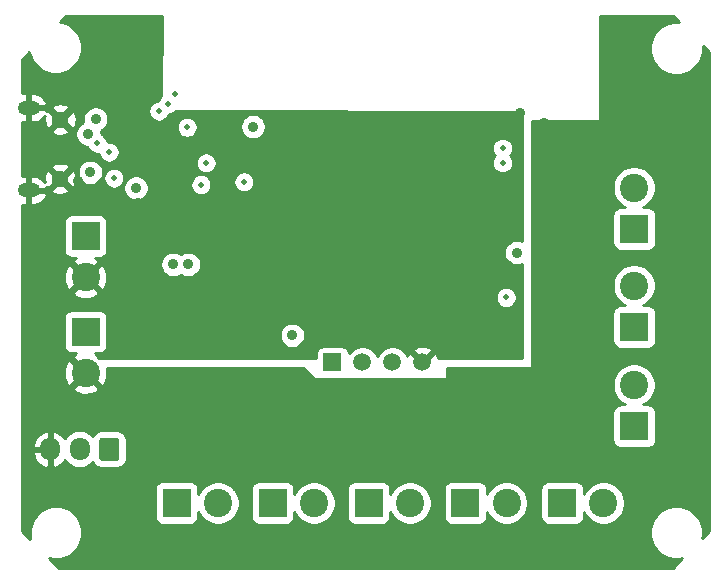
<source format=gbr>
G04 #@! TF.GenerationSoftware,KiCad,Pcbnew,(5.1.4)-1*
G04 #@! TF.CreationDate,2019-10-13T15:27:17+01:00*
G04 #@! TF.ProjectId,light_control,6c696768-745f-4636-9f6e-74726f6c2e6b,rev?*
G04 #@! TF.SameCoordinates,Original*
G04 #@! TF.FileFunction,Copper,L2,Inr*
G04 #@! TF.FilePolarity,Positive*
%FSLAX46Y46*%
G04 Gerber Fmt 4.6, Leading zero omitted, Abs format (unit mm)*
G04 Created by KiCad (PCBNEW (5.1.4)-1) date 2019-10-13 15:27:17*
%MOMM*%
%LPD*%
G04 APERTURE LIST*
%ADD10C,1.500000*%
%ADD11R,1.500000X1.500000*%
%ADD12C,2.400000*%
%ADD13R,2.400000X2.400000*%
%ADD14O,1.700000X1.950000*%
%ADD15C,0.100000*%
%ADD16C,1.700000*%
%ADD17O,1.900000X1.200000*%
%ADD18C,1.450000*%
%ADD19C,0.889000*%
%ADD20C,0.508000*%
%ADD21C,0.254000*%
G04 APERTURE END LIST*
D10*
X137520000Y-84100000D03*
X134980000Y-84100000D03*
X132440000Y-84100000D03*
D11*
X129900000Y-84100000D03*
D12*
X144650000Y-96000000D03*
D13*
X141150000Y-96000000D03*
D14*
X106000000Y-91450000D03*
X108500000Y-91450000D03*
D15*
G36*
X111624504Y-90476204D02*
G01*
X111648773Y-90479804D01*
X111672571Y-90485765D01*
X111695671Y-90494030D01*
X111717849Y-90504520D01*
X111738893Y-90517133D01*
X111758598Y-90531747D01*
X111776777Y-90548223D01*
X111793253Y-90566402D01*
X111807867Y-90586107D01*
X111820480Y-90607151D01*
X111830970Y-90629329D01*
X111839235Y-90652429D01*
X111845196Y-90676227D01*
X111848796Y-90700496D01*
X111850000Y-90725000D01*
X111850000Y-92175000D01*
X111848796Y-92199504D01*
X111845196Y-92223773D01*
X111839235Y-92247571D01*
X111830970Y-92270671D01*
X111820480Y-92292849D01*
X111807867Y-92313893D01*
X111793253Y-92333598D01*
X111776777Y-92351777D01*
X111758598Y-92368253D01*
X111738893Y-92382867D01*
X111717849Y-92395480D01*
X111695671Y-92405970D01*
X111672571Y-92414235D01*
X111648773Y-92420196D01*
X111624504Y-92423796D01*
X111600000Y-92425000D01*
X110400000Y-92425000D01*
X110375496Y-92423796D01*
X110351227Y-92420196D01*
X110327429Y-92414235D01*
X110304329Y-92405970D01*
X110282151Y-92395480D01*
X110261107Y-92382867D01*
X110241402Y-92368253D01*
X110223223Y-92351777D01*
X110206747Y-92333598D01*
X110192133Y-92313893D01*
X110179520Y-92292849D01*
X110169030Y-92270671D01*
X110160765Y-92247571D01*
X110154804Y-92223773D01*
X110151204Y-92199504D01*
X110150000Y-92175000D01*
X110150000Y-90725000D01*
X110151204Y-90700496D01*
X110154804Y-90676227D01*
X110160765Y-90652429D01*
X110169030Y-90629329D01*
X110179520Y-90607151D01*
X110192133Y-90586107D01*
X110206747Y-90566402D01*
X110223223Y-90548223D01*
X110241402Y-90531747D01*
X110261107Y-90517133D01*
X110282151Y-90504520D01*
X110304329Y-90494030D01*
X110327429Y-90485765D01*
X110351227Y-90479804D01*
X110375496Y-90476204D01*
X110400000Y-90475000D01*
X111600000Y-90475000D01*
X111624504Y-90476204D01*
X111624504Y-90476204D01*
G37*
D16*
X111000000Y-91450000D03*
D12*
X109000000Y-85000000D03*
D13*
X109000000Y-81500000D03*
D12*
X155448000Y-69300000D03*
D13*
X155448000Y-72800000D03*
D12*
X155448000Y-86000000D03*
D13*
X155448000Y-89500000D03*
D12*
X128350000Y-96000000D03*
D13*
X124850000Y-96000000D03*
D12*
X155448000Y-77600000D03*
D13*
X155448000Y-81100000D03*
D12*
X152850000Y-96000000D03*
D13*
X149350000Y-96000000D03*
D12*
X136478000Y-96000000D03*
D13*
X132978000Y-96000000D03*
D12*
X120200000Y-96000000D03*
D13*
X116700000Y-96000000D03*
D12*
X109000000Y-76900000D03*
D13*
X109000000Y-73400000D03*
D17*
X104172500Y-69540000D03*
X104172500Y-62540000D03*
D18*
X106872500Y-68540000D03*
X106872500Y-63540000D03*
D19*
X150495000Y-88900000D03*
X112395000Y-62865000D03*
D20*
X110744000Y-65024000D03*
X113904000Y-66040000D03*
X117602000Y-68072000D03*
D19*
X120650000Y-63754000D03*
X127000000Y-80200000D03*
X126000000Y-80200000D03*
X122800000Y-90600000D03*
X142850000Y-87950000D03*
X111000000Y-55400000D03*
X148700000Y-81500000D03*
X148700000Y-75300000D03*
X148800000Y-69600000D03*
X145800000Y-63000000D03*
X147800000Y-63800000D03*
X153400000Y-61100000D03*
X155300000Y-61100000D03*
X156900000Y-61200000D03*
X108400000Y-68700000D03*
X113400000Y-70600000D03*
X114200000Y-72000000D03*
X115300000Y-72000000D03*
X117200000Y-82900000D03*
X135400000Y-89400000D03*
X129200000Y-89400000D03*
X138700000Y-83000000D03*
X123190000Y-64135000D03*
X109855000Y-63500000D03*
X116400000Y-75800000D03*
X117700000Y-75800000D03*
D20*
X111400000Y-68500000D03*
D19*
X126500000Y-81800000D03*
X109220000Y-64770000D03*
X113284000Y-69342000D03*
X109400000Y-68000000D03*
D20*
X117600000Y-64200000D03*
X119200000Y-67200000D03*
X122400000Y-68800000D03*
X144600000Y-78600000D03*
X118758750Y-69041250D03*
X116600000Y-61400000D03*
X116000000Y-62200000D03*
X144300000Y-67200000D03*
X115196958Y-62824520D03*
X144300000Y-65950000D03*
X109982000Y-65532000D03*
X110998000Y-66294000D03*
D19*
X145500000Y-74800000D03*
D21*
G36*
X115425924Y-61516841D02*
G01*
X115309469Y-61633296D01*
X115212179Y-61778901D01*
X115147305Y-61935520D01*
X115109399Y-61935520D01*
X114937646Y-61969684D01*
X114775859Y-62036699D01*
X114630254Y-62133989D01*
X114506427Y-62257816D01*
X114409137Y-62403421D01*
X114342122Y-62565208D01*
X114307958Y-62736961D01*
X114307958Y-62912079D01*
X114342122Y-63083832D01*
X114409137Y-63245619D01*
X114506427Y-63391224D01*
X114630254Y-63515051D01*
X114775859Y-63612341D01*
X114937646Y-63679356D01*
X115109399Y-63713520D01*
X115284517Y-63713520D01*
X115456270Y-63679356D01*
X115618057Y-63612341D01*
X115763662Y-63515051D01*
X115887489Y-63391224D01*
X115984779Y-63245619D01*
X116049653Y-63089000D01*
X116087559Y-63089000D01*
X116259312Y-63054836D01*
X116421099Y-62987821D01*
X116566704Y-62890531D01*
X116626710Y-62830525D01*
X145972698Y-62926584D01*
X145946794Y-73816626D01*
X145814878Y-73761985D01*
X145606321Y-73720500D01*
X145393679Y-73720500D01*
X145185122Y-73761985D01*
X144988665Y-73843360D01*
X144811859Y-73961498D01*
X144661498Y-74111859D01*
X144543360Y-74288665D01*
X144461985Y-74485122D01*
X144420500Y-74693679D01*
X144420500Y-74906321D01*
X144461985Y-75114878D01*
X144543360Y-75311335D01*
X144661498Y-75488141D01*
X144811859Y-75638502D01*
X144988665Y-75756640D01*
X145185122Y-75838015D01*
X145393679Y-75879500D01*
X145606321Y-75879500D01*
X145814878Y-75838015D01*
X145942111Y-75785313D01*
X145923301Y-83693000D01*
X138845571Y-83693000D01*
X138776277Y-83501168D01*
X138715860Y-83388137D01*
X138476993Y-83322612D01*
X138106605Y-83693000D01*
X137747395Y-83693000D01*
X138297388Y-83143007D01*
X138231863Y-82904140D01*
X137984884Y-82788240D01*
X137720040Y-82722750D01*
X137447508Y-82710188D01*
X137177762Y-82751035D01*
X136921168Y-82843723D01*
X136808137Y-82904140D01*
X136742612Y-83143007D01*
X137292605Y-83693000D01*
X136933395Y-83693000D01*
X136563007Y-83322612D01*
X136324140Y-83388137D01*
X136249836Y-83546477D01*
X136207371Y-83443957D01*
X136055799Y-83217114D01*
X135862886Y-83024201D01*
X135636043Y-82872629D01*
X135383989Y-82768225D01*
X135116411Y-82715000D01*
X134843589Y-82715000D01*
X134576011Y-82768225D01*
X134323957Y-82872629D01*
X134097114Y-83024201D01*
X133904201Y-83217114D01*
X133752629Y-83443957D01*
X133710000Y-83546873D01*
X133667371Y-83443957D01*
X133515799Y-83217114D01*
X133322886Y-83024201D01*
X133096043Y-82872629D01*
X132843989Y-82768225D01*
X132576411Y-82715000D01*
X132303589Y-82715000D01*
X132036011Y-82768225D01*
X131783957Y-82872629D01*
X131557114Y-83024201D01*
X131364201Y-83217114D01*
X131286445Y-83333483D01*
X131275812Y-83225518D01*
X131239502Y-83105820D01*
X131180537Y-82995506D01*
X131101185Y-82898815D01*
X131004494Y-82819463D01*
X130894180Y-82760498D01*
X130774482Y-82724188D01*
X130650000Y-82711928D01*
X129150000Y-82711928D01*
X129025518Y-82724188D01*
X128905820Y-82760498D01*
X128795506Y-82819463D01*
X128698815Y-82898815D01*
X128619463Y-82995506D01*
X128560498Y-83105820D01*
X128524188Y-83225518D01*
X128511928Y-83350000D01*
X128511928Y-83693000D01*
X110299768Y-83693000D01*
X110213580Y-83606812D01*
X110127392Y-83693000D01*
X110086160Y-83693000D01*
X109978486Y-83437164D01*
X109779088Y-83338072D01*
X110200000Y-83338072D01*
X110324482Y-83325812D01*
X110444180Y-83289502D01*
X110554494Y-83230537D01*
X110651185Y-83151185D01*
X110730537Y-83054494D01*
X110789502Y-82944180D01*
X110825812Y-82824482D01*
X110838072Y-82700000D01*
X110838072Y-81693679D01*
X125420500Y-81693679D01*
X125420500Y-81906321D01*
X125461985Y-82114878D01*
X125543360Y-82311335D01*
X125661498Y-82488141D01*
X125811859Y-82638502D01*
X125988665Y-82756640D01*
X126185122Y-82838015D01*
X126393679Y-82879500D01*
X126606321Y-82879500D01*
X126814878Y-82838015D01*
X127011335Y-82756640D01*
X127188141Y-82638502D01*
X127338502Y-82488141D01*
X127456640Y-82311335D01*
X127538015Y-82114878D01*
X127579500Y-81906321D01*
X127579500Y-81693679D01*
X127538015Y-81485122D01*
X127456640Y-81288665D01*
X127338502Y-81111859D01*
X127188141Y-80961498D01*
X127011335Y-80843360D01*
X126814878Y-80761985D01*
X126606321Y-80720500D01*
X126393679Y-80720500D01*
X126185122Y-80761985D01*
X125988665Y-80843360D01*
X125811859Y-80961498D01*
X125661498Y-81111859D01*
X125543360Y-81288665D01*
X125461985Y-81485122D01*
X125420500Y-81693679D01*
X110838072Y-81693679D01*
X110838072Y-80300000D01*
X110825812Y-80175518D01*
X110789502Y-80055820D01*
X110730537Y-79945506D01*
X110651185Y-79848815D01*
X110554494Y-79769463D01*
X110444180Y-79710498D01*
X110324482Y-79674188D01*
X110200000Y-79661928D01*
X107800000Y-79661928D01*
X107675518Y-79674188D01*
X107555820Y-79710498D01*
X107445506Y-79769463D01*
X107348815Y-79848815D01*
X107269463Y-79945506D01*
X107210498Y-80055820D01*
X107174188Y-80175518D01*
X107161928Y-80300000D01*
X107161928Y-82700000D01*
X107174188Y-82824482D01*
X107210498Y-82944180D01*
X107269463Y-83054494D01*
X107348815Y-83151185D01*
X107445506Y-83230537D01*
X107555820Y-83289502D01*
X107675518Y-83325812D01*
X107800000Y-83338072D01*
X108206903Y-83338072D01*
X108021514Y-83437164D01*
X107901626Y-83722020D01*
X109000000Y-84820395D01*
X109014143Y-84806253D01*
X109193748Y-84985858D01*
X109179605Y-85000000D01*
X110277980Y-86098374D01*
X110562836Y-85978486D01*
X110723699Y-85654790D01*
X110818322Y-85305931D01*
X110843067Y-84945316D01*
X110796985Y-84586802D01*
X110795371Y-84582000D01*
X127402394Y-84582000D01*
X128310197Y-85489803D01*
X128329443Y-85505597D01*
X128351399Y-85517333D01*
X128375224Y-85524560D01*
X128400000Y-85527000D01*
X139500000Y-85527000D01*
X139524776Y-85524560D01*
X139548601Y-85517333D01*
X139570557Y-85505597D01*
X139589803Y-85489803D01*
X139605597Y-85470557D01*
X139617333Y-85448601D01*
X139624560Y-85424776D01*
X139627000Y-85400000D01*
X139627000Y-84582000D01*
X146685000Y-84582000D01*
X146709776Y-84579560D01*
X146733601Y-84572333D01*
X146755557Y-84560597D01*
X146774803Y-84544803D01*
X146790597Y-84525557D01*
X146802333Y-84503601D01*
X146809560Y-84479776D01*
X146812000Y-84455000D01*
X146812000Y-79900000D01*
X153609928Y-79900000D01*
X153609928Y-82300000D01*
X153622188Y-82424482D01*
X153658498Y-82544180D01*
X153717463Y-82654494D01*
X153796815Y-82751185D01*
X153893506Y-82830537D01*
X154003820Y-82889502D01*
X154123518Y-82925812D01*
X154248000Y-82938072D01*
X156648000Y-82938072D01*
X156772482Y-82925812D01*
X156892180Y-82889502D01*
X157002494Y-82830537D01*
X157099185Y-82751185D01*
X157178537Y-82654494D01*
X157237502Y-82544180D01*
X157273812Y-82424482D01*
X157286072Y-82300000D01*
X157286072Y-79900000D01*
X157273812Y-79775518D01*
X157237502Y-79655820D01*
X157178537Y-79545506D01*
X157099185Y-79448815D01*
X157002494Y-79369463D01*
X156892180Y-79310498D01*
X156772482Y-79274188D01*
X156648000Y-79261928D01*
X156230838Y-79261928D01*
X156317199Y-79226156D01*
X156617744Y-79025338D01*
X156873338Y-78769744D01*
X157074156Y-78469199D01*
X157212482Y-78135250D01*
X157283000Y-77780732D01*
X157283000Y-77419268D01*
X157212482Y-77064750D01*
X157074156Y-76730801D01*
X156873338Y-76430256D01*
X156617744Y-76174662D01*
X156317199Y-75973844D01*
X155983250Y-75835518D01*
X155628732Y-75765000D01*
X155267268Y-75765000D01*
X154912750Y-75835518D01*
X154578801Y-75973844D01*
X154278256Y-76174662D01*
X154022662Y-76430256D01*
X153821844Y-76730801D01*
X153683518Y-77064750D01*
X153613000Y-77419268D01*
X153613000Y-77780732D01*
X153683518Y-78135250D01*
X153821844Y-78469199D01*
X154022662Y-78769744D01*
X154278256Y-79025338D01*
X154578801Y-79226156D01*
X154665162Y-79261928D01*
X154248000Y-79261928D01*
X154123518Y-79274188D01*
X154003820Y-79310498D01*
X153893506Y-79369463D01*
X153796815Y-79448815D01*
X153717463Y-79545506D01*
X153658498Y-79655820D01*
X153622188Y-79775518D01*
X153609928Y-79900000D01*
X146812000Y-79900000D01*
X146812000Y-71600000D01*
X153609928Y-71600000D01*
X153609928Y-74000000D01*
X153622188Y-74124482D01*
X153658498Y-74244180D01*
X153717463Y-74354494D01*
X153796815Y-74451185D01*
X153893506Y-74530537D01*
X154003820Y-74589502D01*
X154123518Y-74625812D01*
X154248000Y-74638072D01*
X156648000Y-74638072D01*
X156772482Y-74625812D01*
X156892180Y-74589502D01*
X157002494Y-74530537D01*
X157099185Y-74451185D01*
X157178537Y-74354494D01*
X157237502Y-74244180D01*
X157273812Y-74124482D01*
X157286072Y-74000000D01*
X157286072Y-71600000D01*
X157273812Y-71475518D01*
X157237502Y-71355820D01*
X157178537Y-71245506D01*
X157099185Y-71148815D01*
X157002494Y-71069463D01*
X156892180Y-71010498D01*
X156772482Y-70974188D01*
X156648000Y-70961928D01*
X156230838Y-70961928D01*
X156317199Y-70926156D01*
X156617744Y-70725338D01*
X156873338Y-70469744D01*
X157074156Y-70169199D01*
X157212482Y-69835250D01*
X157283000Y-69480732D01*
X157283000Y-69119268D01*
X157212482Y-68764750D01*
X157074156Y-68430801D01*
X156873338Y-68130256D01*
X156617744Y-67874662D01*
X156317199Y-67673844D01*
X155983250Y-67535518D01*
X155628732Y-67465000D01*
X155267268Y-67465000D01*
X154912750Y-67535518D01*
X154578801Y-67673844D01*
X154278256Y-67874662D01*
X154022662Y-68130256D01*
X153821844Y-68430801D01*
X153683518Y-68764750D01*
X153613000Y-69119268D01*
X153613000Y-69480732D01*
X153683518Y-69835250D01*
X153821844Y-70169199D01*
X154022662Y-70469744D01*
X154278256Y-70725338D01*
X154578801Y-70926156D01*
X154665162Y-70961928D01*
X154248000Y-70961928D01*
X154123518Y-70974188D01*
X154003820Y-71010498D01*
X153893506Y-71069463D01*
X153796815Y-71148815D01*
X153717463Y-71245506D01*
X153658498Y-71355820D01*
X153622188Y-71475518D01*
X153609928Y-71600000D01*
X146812000Y-71600000D01*
X146812000Y-63627000D01*
X152400000Y-63627000D01*
X152424776Y-63624560D01*
X152448601Y-63617333D01*
X152470557Y-63605597D01*
X152489803Y-63589803D01*
X152505597Y-63570557D01*
X152517333Y-63548601D01*
X152524560Y-63524776D01*
X152527000Y-63500000D01*
X152527000Y-54737000D01*
X158697394Y-54737000D01*
X159226702Y-55266308D01*
X159220128Y-55265000D01*
X158779872Y-55265000D01*
X158348075Y-55350890D01*
X157941331Y-55519369D01*
X157575271Y-55763962D01*
X157263962Y-56075271D01*
X157019369Y-56441331D01*
X156850890Y-56848075D01*
X156765000Y-57279872D01*
X156765000Y-57720128D01*
X156850890Y-58151925D01*
X157019369Y-58558669D01*
X157263962Y-58924729D01*
X157575271Y-59236038D01*
X157941331Y-59480631D01*
X158348075Y-59649110D01*
X158779872Y-59735000D01*
X159220128Y-59735000D01*
X159651925Y-59649110D01*
X160058669Y-59480631D01*
X160424729Y-59236038D01*
X160736038Y-58924729D01*
X160980631Y-58558669D01*
X161149110Y-58151925D01*
X161235000Y-57720128D01*
X161235000Y-57279872D01*
X161233692Y-57273298D01*
X161798000Y-57837606D01*
X161798000Y-98372394D01*
X161181549Y-98988845D01*
X161235000Y-98720128D01*
X161235000Y-98279872D01*
X161149110Y-97848075D01*
X160980631Y-97441331D01*
X160736038Y-97075271D01*
X160424729Y-96763962D01*
X160058669Y-96519369D01*
X159651925Y-96350890D01*
X159220128Y-96265000D01*
X158779872Y-96265000D01*
X158348075Y-96350890D01*
X157941331Y-96519369D01*
X157575271Y-96763962D01*
X157263962Y-97075271D01*
X157019369Y-97441331D01*
X156850890Y-97848075D01*
X156765000Y-98279872D01*
X156765000Y-98720128D01*
X156850890Y-99151925D01*
X157019369Y-99558669D01*
X157263962Y-99924729D01*
X157575271Y-100236038D01*
X157941331Y-100480631D01*
X158348075Y-100649110D01*
X158779872Y-100735000D01*
X159220128Y-100735000D01*
X159488845Y-100681549D01*
X158697394Y-101473000D01*
X106732606Y-101473000D01*
X105923773Y-100664167D01*
X106279872Y-100735000D01*
X106720128Y-100735000D01*
X107151925Y-100649110D01*
X107558669Y-100480631D01*
X107924729Y-100236038D01*
X108236038Y-99924729D01*
X108480631Y-99558669D01*
X108649110Y-99151925D01*
X108735000Y-98720128D01*
X108735000Y-98279872D01*
X108649110Y-97848075D01*
X108480631Y-97441331D01*
X108236038Y-97075271D01*
X107924729Y-96763962D01*
X107558669Y-96519369D01*
X107151925Y-96350890D01*
X106720128Y-96265000D01*
X106279872Y-96265000D01*
X105848075Y-96350890D01*
X105441331Y-96519369D01*
X105075271Y-96763962D01*
X104763962Y-97075271D01*
X104519369Y-97441331D01*
X104350890Y-97848075D01*
X104265000Y-98279872D01*
X104265000Y-98720128D01*
X104335833Y-99076227D01*
X103632000Y-98372394D01*
X103632000Y-94800000D01*
X114861928Y-94800000D01*
X114861928Y-97200000D01*
X114874188Y-97324482D01*
X114910498Y-97444180D01*
X114969463Y-97554494D01*
X115048815Y-97651185D01*
X115145506Y-97730537D01*
X115255820Y-97789502D01*
X115375518Y-97825812D01*
X115500000Y-97838072D01*
X117900000Y-97838072D01*
X118024482Y-97825812D01*
X118144180Y-97789502D01*
X118254494Y-97730537D01*
X118351185Y-97651185D01*
X118430537Y-97554494D01*
X118489502Y-97444180D01*
X118525812Y-97324482D01*
X118538072Y-97200000D01*
X118538072Y-96782838D01*
X118573844Y-96869199D01*
X118774662Y-97169744D01*
X119030256Y-97425338D01*
X119330801Y-97626156D01*
X119664750Y-97764482D01*
X120019268Y-97835000D01*
X120380732Y-97835000D01*
X120735250Y-97764482D01*
X121069199Y-97626156D01*
X121369744Y-97425338D01*
X121625338Y-97169744D01*
X121826156Y-96869199D01*
X121964482Y-96535250D01*
X122035000Y-96180732D01*
X122035000Y-95819268D01*
X121964482Y-95464750D01*
X121826156Y-95130801D01*
X121625338Y-94830256D01*
X121595082Y-94800000D01*
X123011928Y-94800000D01*
X123011928Y-97200000D01*
X123024188Y-97324482D01*
X123060498Y-97444180D01*
X123119463Y-97554494D01*
X123198815Y-97651185D01*
X123295506Y-97730537D01*
X123405820Y-97789502D01*
X123525518Y-97825812D01*
X123650000Y-97838072D01*
X126050000Y-97838072D01*
X126174482Y-97825812D01*
X126294180Y-97789502D01*
X126404494Y-97730537D01*
X126501185Y-97651185D01*
X126580537Y-97554494D01*
X126639502Y-97444180D01*
X126675812Y-97324482D01*
X126688072Y-97200000D01*
X126688072Y-96782838D01*
X126723844Y-96869199D01*
X126924662Y-97169744D01*
X127180256Y-97425338D01*
X127480801Y-97626156D01*
X127814750Y-97764482D01*
X128169268Y-97835000D01*
X128530732Y-97835000D01*
X128885250Y-97764482D01*
X129219199Y-97626156D01*
X129519744Y-97425338D01*
X129775338Y-97169744D01*
X129976156Y-96869199D01*
X130114482Y-96535250D01*
X130185000Y-96180732D01*
X130185000Y-95819268D01*
X130114482Y-95464750D01*
X129976156Y-95130801D01*
X129775338Y-94830256D01*
X129745082Y-94800000D01*
X131139928Y-94800000D01*
X131139928Y-97200000D01*
X131152188Y-97324482D01*
X131188498Y-97444180D01*
X131247463Y-97554494D01*
X131326815Y-97651185D01*
X131423506Y-97730537D01*
X131533820Y-97789502D01*
X131653518Y-97825812D01*
X131778000Y-97838072D01*
X134178000Y-97838072D01*
X134302482Y-97825812D01*
X134422180Y-97789502D01*
X134532494Y-97730537D01*
X134629185Y-97651185D01*
X134708537Y-97554494D01*
X134767502Y-97444180D01*
X134803812Y-97324482D01*
X134816072Y-97200000D01*
X134816072Y-96782838D01*
X134851844Y-96869199D01*
X135052662Y-97169744D01*
X135308256Y-97425338D01*
X135608801Y-97626156D01*
X135942750Y-97764482D01*
X136297268Y-97835000D01*
X136658732Y-97835000D01*
X137013250Y-97764482D01*
X137347199Y-97626156D01*
X137647744Y-97425338D01*
X137903338Y-97169744D01*
X138104156Y-96869199D01*
X138242482Y-96535250D01*
X138313000Y-96180732D01*
X138313000Y-95819268D01*
X138242482Y-95464750D01*
X138104156Y-95130801D01*
X137903338Y-94830256D01*
X137873082Y-94800000D01*
X139311928Y-94800000D01*
X139311928Y-97200000D01*
X139324188Y-97324482D01*
X139360498Y-97444180D01*
X139419463Y-97554494D01*
X139498815Y-97651185D01*
X139595506Y-97730537D01*
X139705820Y-97789502D01*
X139825518Y-97825812D01*
X139950000Y-97838072D01*
X142350000Y-97838072D01*
X142474482Y-97825812D01*
X142594180Y-97789502D01*
X142704494Y-97730537D01*
X142801185Y-97651185D01*
X142880537Y-97554494D01*
X142939502Y-97444180D01*
X142975812Y-97324482D01*
X142988072Y-97200000D01*
X142988072Y-96782838D01*
X143023844Y-96869199D01*
X143224662Y-97169744D01*
X143480256Y-97425338D01*
X143780801Y-97626156D01*
X144114750Y-97764482D01*
X144469268Y-97835000D01*
X144830732Y-97835000D01*
X145185250Y-97764482D01*
X145519199Y-97626156D01*
X145819744Y-97425338D01*
X146075338Y-97169744D01*
X146276156Y-96869199D01*
X146414482Y-96535250D01*
X146485000Y-96180732D01*
X146485000Y-95819268D01*
X146414482Y-95464750D01*
X146276156Y-95130801D01*
X146075338Y-94830256D01*
X146045082Y-94800000D01*
X147511928Y-94800000D01*
X147511928Y-97200000D01*
X147524188Y-97324482D01*
X147560498Y-97444180D01*
X147619463Y-97554494D01*
X147698815Y-97651185D01*
X147795506Y-97730537D01*
X147905820Y-97789502D01*
X148025518Y-97825812D01*
X148150000Y-97838072D01*
X150550000Y-97838072D01*
X150674482Y-97825812D01*
X150794180Y-97789502D01*
X150904494Y-97730537D01*
X151001185Y-97651185D01*
X151080537Y-97554494D01*
X151139502Y-97444180D01*
X151175812Y-97324482D01*
X151188072Y-97200000D01*
X151188072Y-96782838D01*
X151223844Y-96869199D01*
X151424662Y-97169744D01*
X151680256Y-97425338D01*
X151980801Y-97626156D01*
X152314750Y-97764482D01*
X152669268Y-97835000D01*
X153030732Y-97835000D01*
X153385250Y-97764482D01*
X153719199Y-97626156D01*
X154019744Y-97425338D01*
X154275338Y-97169744D01*
X154476156Y-96869199D01*
X154614482Y-96535250D01*
X154685000Y-96180732D01*
X154685000Y-95819268D01*
X154614482Y-95464750D01*
X154476156Y-95130801D01*
X154275338Y-94830256D01*
X154019744Y-94574662D01*
X153719199Y-94373844D01*
X153385250Y-94235518D01*
X153030732Y-94165000D01*
X152669268Y-94165000D01*
X152314750Y-94235518D01*
X151980801Y-94373844D01*
X151680256Y-94574662D01*
X151424662Y-94830256D01*
X151223844Y-95130801D01*
X151188072Y-95217162D01*
X151188072Y-94800000D01*
X151175812Y-94675518D01*
X151139502Y-94555820D01*
X151080537Y-94445506D01*
X151001185Y-94348815D01*
X150904494Y-94269463D01*
X150794180Y-94210498D01*
X150674482Y-94174188D01*
X150550000Y-94161928D01*
X148150000Y-94161928D01*
X148025518Y-94174188D01*
X147905820Y-94210498D01*
X147795506Y-94269463D01*
X147698815Y-94348815D01*
X147619463Y-94445506D01*
X147560498Y-94555820D01*
X147524188Y-94675518D01*
X147511928Y-94800000D01*
X146045082Y-94800000D01*
X145819744Y-94574662D01*
X145519199Y-94373844D01*
X145185250Y-94235518D01*
X144830732Y-94165000D01*
X144469268Y-94165000D01*
X144114750Y-94235518D01*
X143780801Y-94373844D01*
X143480256Y-94574662D01*
X143224662Y-94830256D01*
X143023844Y-95130801D01*
X142988072Y-95217162D01*
X142988072Y-94800000D01*
X142975812Y-94675518D01*
X142939502Y-94555820D01*
X142880537Y-94445506D01*
X142801185Y-94348815D01*
X142704494Y-94269463D01*
X142594180Y-94210498D01*
X142474482Y-94174188D01*
X142350000Y-94161928D01*
X139950000Y-94161928D01*
X139825518Y-94174188D01*
X139705820Y-94210498D01*
X139595506Y-94269463D01*
X139498815Y-94348815D01*
X139419463Y-94445506D01*
X139360498Y-94555820D01*
X139324188Y-94675518D01*
X139311928Y-94800000D01*
X137873082Y-94800000D01*
X137647744Y-94574662D01*
X137347199Y-94373844D01*
X137013250Y-94235518D01*
X136658732Y-94165000D01*
X136297268Y-94165000D01*
X135942750Y-94235518D01*
X135608801Y-94373844D01*
X135308256Y-94574662D01*
X135052662Y-94830256D01*
X134851844Y-95130801D01*
X134816072Y-95217162D01*
X134816072Y-94800000D01*
X134803812Y-94675518D01*
X134767502Y-94555820D01*
X134708537Y-94445506D01*
X134629185Y-94348815D01*
X134532494Y-94269463D01*
X134422180Y-94210498D01*
X134302482Y-94174188D01*
X134178000Y-94161928D01*
X131778000Y-94161928D01*
X131653518Y-94174188D01*
X131533820Y-94210498D01*
X131423506Y-94269463D01*
X131326815Y-94348815D01*
X131247463Y-94445506D01*
X131188498Y-94555820D01*
X131152188Y-94675518D01*
X131139928Y-94800000D01*
X129745082Y-94800000D01*
X129519744Y-94574662D01*
X129219199Y-94373844D01*
X128885250Y-94235518D01*
X128530732Y-94165000D01*
X128169268Y-94165000D01*
X127814750Y-94235518D01*
X127480801Y-94373844D01*
X127180256Y-94574662D01*
X126924662Y-94830256D01*
X126723844Y-95130801D01*
X126688072Y-95217162D01*
X126688072Y-94800000D01*
X126675812Y-94675518D01*
X126639502Y-94555820D01*
X126580537Y-94445506D01*
X126501185Y-94348815D01*
X126404494Y-94269463D01*
X126294180Y-94210498D01*
X126174482Y-94174188D01*
X126050000Y-94161928D01*
X123650000Y-94161928D01*
X123525518Y-94174188D01*
X123405820Y-94210498D01*
X123295506Y-94269463D01*
X123198815Y-94348815D01*
X123119463Y-94445506D01*
X123060498Y-94555820D01*
X123024188Y-94675518D01*
X123011928Y-94800000D01*
X121595082Y-94800000D01*
X121369744Y-94574662D01*
X121069199Y-94373844D01*
X120735250Y-94235518D01*
X120380732Y-94165000D01*
X120019268Y-94165000D01*
X119664750Y-94235518D01*
X119330801Y-94373844D01*
X119030256Y-94574662D01*
X118774662Y-94830256D01*
X118573844Y-95130801D01*
X118538072Y-95217162D01*
X118538072Y-94800000D01*
X118525812Y-94675518D01*
X118489502Y-94555820D01*
X118430537Y-94445506D01*
X118351185Y-94348815D01*
X118254494Y-94269463D01*
X118144180Y-94210498D01*
X118024482Y-94174188D01*
X117900000Y-94161928D01*
X115500000Y-94161928D01*
X115375518Y-94174188D01*
X115255820Y-94210498D01*
X115145506Y-94269463D01*
X115048815Y-94348815D01*
X114969463Y-94445506D01*
X114910498Y-94555820D01*
X114874188Y-94675518D01*
X114861928Y-94800000D01*
X103632000Y-94800000D01*
X103632000Y-91809267D01*
X104533680Y-91809267D01*
X104607558Y-92090830D01*
X104734947Y-92352570D01*
X104910951Y-92584429D01*
X105128807Y-92777496D01*
X105380142Y-92924352D01*
X105643110Y-93016476D01*
X105873000Y-92895155D01*
X105873000Y-91577000D01*
X104673835Y-91577000D01*
X104533680Y-91809267D01*
X103632000Y-91809267D01*
X103632000Y-91090733D01*
X104533680Y-91090733D01*
X104673835Y-91323000D01*
X105873000Y-91323000D01*
X105873000Y-90004845D01*
X106127000Y-90004845D01*
X106127000Y-91323000D01*
X106147000Y-91323000D01*
X106147000Y-91577000D01*
X106127000Y-91577000D01*
X106127000Y-92895155D01*
X106356890Y-93016476D01*
X106619858Y-92924352D01*
X106871193Y-92777496D01*
X107089049Y-92584429D01*
X107245538Y-92378278D01*
X107259294Y-92404013D01*
X107444866Y-92630134D01*
X107670986Y-92815706D01*
X107928966Y-92953599D01*
X108208889Y-93038513D01*
X108500000Y-93067185D01*
X108791110Y-93038513D01*
X109071033Y-92953599D01*
X109329013Y-92815706D01*
X109555134Y-92630134D01*
X109607223Y-92566663D01*
X109661595Y-92668386D01*
X109772038Y-92802962D01*
X109906614Y-92913405D01*
X110060150Y-92995472D01*
X110226746Y-93046008D01*
X110400000Y-93063072D01*
X111600000Y-93063072D01*
X111773254Y-93046008D01*
X111939850Y-92995472D01*
X112093386Y-92913405D01*
X112227962Y-92802962D01*
X112338405Y-92668386D01*
X112420472Y-92514850D01*
X112471008Y-92348254D01*
X112488072Y-92175000D01*
X112488072Y-90725000D01*
X112471008Y-90551746D01*
X112420472Y-90385150D01*
X112338405Y-90231614D01*
X112227962Y-90097038D01*
X112093386Y-89986595D01*
X111939850Y-89904528D01*
X111773254Y-89853992D01*
X111600000Y-89836928D01*
X110400000Y-89836928D01*
X110226746Y-89853992D01*
X110060150Y-89904528D01*
X109906614Y-89986595D01*
X109772038Y-90097038D01*
X109661595Y-90231614D01*
X109607223Y-90333337D01*
X109555134Y-90269866D01*
X109329014Y-90084294D01*
X109071034Y-89946401D01*
X108791111Y-89861487D01*
X108500000Y-89832815D01*
X108208890Y-89861487D01*
X107928967Y-89946401D01*
X107670987Y-90084294D01*
X107444866Y-90269866D01*
X107259294Y-90495986D01*
X107245538Y-90521722D01*
X107089049Y-90315571D01*
X106871193Y-90122504D01*
X106619858Y-89975648D01*
X106356890Y-89883524D01*
X106127000Y-90004845D01*
X105873000Y-90004845D01*
X105643110Y-89883524D01*
X105380142Y-89975648D01*
X105128807Y-90122504D01*
X104910951Y-90315571D01*
X104734947Y-90547430D01*
X104607558Y-90809170D01*
X104533680Y-91090733D01*
X103632000Y-91090733D01*
X103632000Y-88300000D01*
X153609928Y-88300000D01*
X153609928Y-90700000D01*
X153622188Y-90824482D01*
X153658498Y-90944180D01*
X153717463Y-91054494D01*
X153796815Y-91151185D01*
X153893506Y-91230537D01*
X154003820Y-91289502D01*
X154123518Y-91325812D01*
X154248000Y-91338072D01*
X156648000Y-91338072D01*
X156772482Y-91325812D01*
X156892180Y-91289502D01*
X157002494Y-91230537D01*
X157099185Y-91151185D01*
X157178537Y-91054494D01*
X157237502Y-90944180D01*
X157273812Y-90824482D01*
X157286072Y-90700000D01*
X157286072Y-88300000D01*
X157273812Y-88175518D01*
X157237502Y-88055820D01*
X157178537Y-87945506D01*
X157099185Y-87848815D01*
X157002494Y-87769463D01*
X156892180Y-87710498D01*
X156772482Y-87674188D01*
X156648000Y-87661928D01*
X156230838Y-87661928D01*
X156317199Y-87626156D01*
X156617744Y-87425338D01*
X156873338Y-87169744D01*
X157074156Y-86869199D01*
X157212482Y-86535250D01*
X157283000Y-86180732D01*
X157283000Y-85819268D01*
X157212482Y-85464750D01*
X157074156Y-85130801D01*
X156873338Y-84830256D01*
X156617744Y-84574662D01*
X156317199Y-84373844D01*
X155983250Y-84235518D01*
X155628732Y-84165000D01*
X155267268Y-84165000D01*
X154912750Y-84235518D01*
X154578801Y-84373844D01*
X154278256Y-84574662D01*
X154022662Y-84830256D01*
X153821844Y-85130801D01*
X153683518Y-85464750D01*
X153613000Y-85819268D01*
X153613000Y-86180732D01*
X153683518Y-86535250D01*
X153821844Y-86869199D01*
X154022662Y-87169744D01*
X154278256Y-87425338D01*
X154578801Y-87626156D01*
X154665162Y-87661928D01*
X154248000Y-87661928D01*
X154123518Y-87674188D01*
X154003820Y-87710498D01*
X153893506Y-87769463D01*
X153796815Y-87848815D01*
X153717463Y-87945506D01*
X153658498Y-88055820D01*
X153622188Y-88175518D01*
X153609928Y-88300000D01*
X103632000Y-88300000D01*
X103632000Y-86277980D01*
X107901626Y-86277980D01*
X108021514Y-86562836D01*
X108345210Y-86723699D01*
X108694069Y-86818322D01*
X109054684Y-86843067D01*
X109413198Y-86796985D01*
X109755833Y-86681846D01*
X109978486Y-86562836D01*
X110098374Y-86277980D01*
X109000000Y-85179605D01*
X107901626Y-86277980D01*
X103632000Y-86277980D01*
X103632000Y-85054684D01*
X107156933Y-85054684D01*
X107203015Y-85413198D01*
X107318154Y-85755833D01*
X107437164Y-85978486D01*
X107722020Y-86098374D01*
X108820395Y-85000000D01*
X107722020Y-83901626D01*
X107437164Y-84021514D01*
X107276301Y-84345210D01*
X107181678Y-84694069D01*
X107156933Y-85054684D01*
X103632000Y-85054684D01*
X103632000Y-78177980D01*
X107901626Y-78177980D01*
X108021514Y-78462836D01*
X108345210Y-78623699D01*
X108694069Y-78718322D01*
X109054684Y-78743067D01*
X109413198Y-78696985D01*
X109755833Y-78581846D01*
X109885681Y-78512441D01*
X143711000Y-78512441D01*
X143711000Y-78687559D01*
X143745164Y-78859312D01*
X143812179Y-79021099D01*
X143909469Y-79166704D01*
X144033296Y-79290531D01*
X144178901Y-79387821D01*
X144340688Y-79454836D01*
X144512441Y-79489000D01*
X144687559Y-79489000D01*
X144859312Y-79454836D01*
X145021099Y-79387821D01*
X145166704Y-79290531D01*
X145290531Y-79166704D01*
X145387821Y-79021099D01*
X145454836Y-78859312D01*
X145489000Y-78687559D01*
X145489000Y-78512441D01*
X145454836Y-78340688D01*
X145387821Y-78178901D01*
X145290531Y-78033296D01*
X145166704Y-77909469D01*
X145021099Y-77812179D01*
X144859312Y-77745164D01*
X144687559Y-77711000D01*
X144512441Y-77711000D01*
X144340688Y-77745164D01*
X144178901Y-77812179D01*
X144033296Y-77909469D01*
X143909469Y-78033296D01*
X143812179Y-78178901D01*
X143745164Y-78340688D01*
X143711000Y-78512441D01*
X109885681Y-78512441D01*
X109978486Y-78462836D01*
X110098374Y-78177980D01*
X109000000Y-77079605D01*
X107901626Y-78177980D01*
X103632000Y-78177980D01*
X103632000Y-76954684D01*
X107156933Y-76954684D01*
X107203015Y-77313198D01*
X107318154Y-77655833D01*
X107437164Y-77878486D01*
X107722020Y-77998374D01*
X108820395Y-76900000D01*
X109179605Y-76900000D01*
X110277980Y-77998374D01*
X110562836Y-77878486D01*
X110723699Y-77554790D01*
X110818322Y-77205931D01*
X110843067Y-76845316D01*
X110796985Y-76486802D01*
X110681846Y-76144167D01*
X110562836Y-75921514D01*
X110277980Y-75801626D01*
X109179605Y-76900000D01*
X108820395Y-76900000D01*
X107722020Y-75801626D01*
X107437164Y-75921514D01*
X107276301Y-76245210D01*
X107181678Y-76594069D01*
X107156933Y-76954684D01*
X103632000Y-76954684D01*
X103632000Y-72200000D01*
X107161928Y-72200000D01*
X107161928Y-74600000D01*
X107174188Y-74724482D01*
X107210498Y-74844180D01*
X107269463Y-74954494D01*
X107348815Y-75051185D01*
X107445506Y-75130537D01*
X107555820Y-75189502D01*
X107675518Y-75225812D01*
X107800000Y-75238072D01*
X108206903Y-75238072D01*
X108021514Y-75337164D01*
X107901626Y-75622020D01*
X109000000Y-76720395D01*
X110026715Y-75693679D01*
X115320500Y-75693679D01*
X115320500Y-75906321D01*
X115361985Y-76114878D01*
X115443360Y-76311335D01*
X115561498Y-76488141D01*
X115711859Y-76638502D01*
X115888665Y-76756640D01*
X116085122Y-76838015D01*
X116293679Y-76879500D01*
X116506321Y-76879500D01*
X116714878Y-76838015D01*
X116911335Y-76756640D01*
X117050000Y-76663987D01*
X117188665Y-76756640D01*
X117385122Y-76838015D01*
X117593679Y-76879500D01*
X117806321Y-76879500D01*
X118014878Y-76838015D01*
X118211335Y-76756640D01*
X118388141Y-76638502D01*
X118538502Y-76488141D01*
X118656640Y-76311335D01*
X118738015Y-76114878D01*
X118779500Y-75906321D01*
X118779500Y-75693679D01*
X118738015Y-75485122D01*
X118656640Y-75288665D01*
X118538502Y-75111859D01*
X118388141Y-74961498D01*
X118211335Y-74843360D01*
X118014878Y-74761985D01*
X117806321Y-74720500D01*
X117593679Y-74720500D01*
X117385122Y-74761985D01*
X117188665Y-74843360D01*
X117050000Y-74936013D01*
X116911335Y-74843360D01*
X116714878Y-74761985D01*
X116506321Y-74720500D01*
X116293679Y-74720500D01*
X116085122Y-74761985D01*
X115888665Y-74843360D01*
X115711859Y-74961498D01*
X115561498Y-75111859D01*
X115443360Y-75288665D01*
X115361985Y-75485122D01*
X115320500Y-75693679D01*
X110026715Y-75693679D01*
X110098374Y-75622020D01*
X109978486Y-75337164D01*
X109779088Y-75238072D01*
X110200000Y-75238072D01*
X110324482Y-75225812D01*
X110444180Y-75189502D01*
X110554494Y-75130537D01*
X110651185Y-75051185D01*
X110730537Y-74954494D01*
X110789502Y-74844180D01*
X110825812Y-74724482D01*
X110838072Y-74600000D01*
X110838072Y-72200000D01*
X110825812Y-72075518D01*
X110789502Y-71955820D01*
X110730537Y-71845506D01*
X110651185Y-71748815D01*
X110554494Y-71669463D01*
X110444180Y-71610498D01*
X110324482Y-71574188D01*
X110200000Y-71561928D01*
X107800000Y-71561928D01*
X107675518Y-71574188D01*
X107555820Y-71610498D01*
X107445506Y-71669463D01*
X107348815Y-71748815D01*
X107269463Y-71845506D01*
X107210498Y-71955820D01*
X107174188Y-72075518D01*
X107161928Y-72200000D01*
X103632000Y-72200000D01*
X103632000Y-70762085D01*
X103695500Y-70775000D01*
X104045500Y-70775000D01*
X104045500Y-69667000D01*
X104299500Y-69667000D01*
X104299500Y-70775000D01*
X104649500Y-70775000D01*
X104887996Y-70726493D01*
X105112446Y-70632390D01*
X105314225Y-70496307D01*
X105485578Y-70323474D01*
X105619921Y-70120533D01*
X105712091Y-69895282D01*
X105715962Y-69857609D01*
X105591231Y-69667000D01*
X104299500Y-69667000D01*
X104045500Y-69667000D01*
X104025500Y-69667000D01*
X104025500Y-69479133D01*
X106112972Y-69479133D01*
X106175465Y-69715450D01*
X106418178Y-69828850D01*
X106678349Y-69892719D01*
X106945982Y-69904604D01*
X107210791Y-69864048D01*
X107462600Y-69772609D01*
X107569535Y-69715450D01*
X107632028Y-69479133D01*
X106872500Y-68719605D01*
X106112972Y-69479133D01*
X104025500Y-69479133D01*
X104025500Y-69413000D01*
X104045500Y-69413000D01*
X104045500Y-68305000D01*
X104299500Y-68305000D01*
X104299500Y-69413000D01*
X105591231Y-69413000D01*
X105705003Y-69239138D01*
X105933367Y-69299528D01*
X106692895Y-68540000D01*
X107052105Y-68540000D01*
X107811633Y-69299528D01*
X108047950Y-69237035D01*
X108161350Y-68994322D01*
X108225219Y-68734151D01*
X108237104Y-68466518D01*
X108196548Y-68201709D01*
X108105109Y-67949900D01*
X108075058Y-67893679D01*
X108320500Y-67893679D01*
X108320500Y-68106321D01*
X108361985Y-68314878D01*
X108443360Y-68511335D01*
X108561498Y-68688141D01*
X108711859Y-68838502D01*
X108888665Y-68956640D01*
X109085122Y-69038015D01*
X109293679Y-69079500D01*
X109506321Y-69079500D01*
X109714878Y-69038015D01*
X109911335Y-68956640D01*
X110088141Y-68838502D01*
X110238502Y-68688141D01*
X110356640Y-68511335D01*
X110397603Y-68412441D01*
X110511000Y-68412441D01*
X110511000Y-68587559D01*
X110545164Y-68759312D01*
X110612179Y-68921099D01*
X110709469Y-69066704D01*
X110833296Y-69190531D01*
X110978901Y-69287821D01*
X111140688Y-69354836D01*
X111312441Y-69389000D01*
X111487559Y-69389000D01*
X111659312Y-69354836D01*
X111821099Y-69287821D01*
X111899135Y-69235679D01*
X112204500Y-69235679D01*
X112204500Y-69448321D01*
X112245985Y-69656878D01*
X112327360Y-69853335D01*
X112445498Y-70030141D01*
X112595859Y-70180502D01*
X112772665Y-70298640D01*
X112969122Y-70380015D01*
X113177679Y-70421500D01*
X113390321Y-70421500D01*
X113598878Y-70380015D01*
X113795335Y-70298640D01*
X113972141Y-70180502D01*
X114122502Y-70030141D01*
X114240640Y-69853335D01*
X114322015Y-69656878D01*
X114363500Y-69448321D01*
X114363500Y-69235679D01*
X114322015Y-69027122D01*
X114291599Y-68953691D01*
X117869750Y-68953691D01*
X117869750Y-69128809D01*
X117903914Y-69300562D01*
X117970929Y-69462349D01*
X118068219Y-69607954D01*
X118192046Y-69731781D01*
X118337651Y-69829071D01*
X118499438Y-69896086D01*
X118671191Y-69930250D01*
X118846309Y-69930250D01*
X119018062Y-69896086D01*
X119179849Y-69829071D01*
X119325454Y-69731781D01*
X119449281Y-69607954D01*
X119546571Y-69462349D01*
X119613586Y-69300562D01*
X119647750Y-69128809D01*
X119647750Y-68953691D01*
X119613586Y-68781938D01*
X119584800Y-68712441D01*
X121511000Y-68712441D01*
X121511000Y-68887559D01*
X121545164Y-69059312D01*
X121612179Y-69221099D01*
X121709469Y-69366704D01*
X121833296Y-69490531D01*
X121978901Y-69587821D01*
X122140688Y-69654836D01*
X122312441Y-69689000D01*
X122487559Y-69689000D01*
X122659312Y-69654836D01*
X122821099Y-69587821D01*
X122966704Y-69490531D01*
X123090531Y-69366704D01*
X123187821Y-69221099D01*
X123254836Y-69059312D01*
X123289000Y-68887559D01*
X123289000Y-68712441D01*
X123254836Y-68540688D01*
X123187821Y-68378901D01*
X123090531Y-68233296D01*
X122966704Y-68109469D01*
X122821099Y-68012179D01*
X122659312Y-67945164D01*
X122487559Y-67911000D01*
X122312441Y-67911000D01*
X122140688Y-67945164D01*
X121978901Y-68012179D01*
X121833296Y-68109469D01*
X121709469Y-68233296D01*
X121612179Y-68378901D01*
X121545164Y-68540688D01*
X121511000Y-68712441D01*
X119584800Y-68712441D01*
X119546571Y-68620151D01*
X119449281Y-68474546D01*
X119325454Y-68350719D01*
X119179849Y-68253429D01*
X119018062Y-68186414D01*
X118846309Y-68152250D01*
X118671191Y-68152250D01*
X118499438Y-68186414D01*
X118337651Y-68253429D01*
X118192046Y-68350719D01*
X118068219Y-68474546D01*
X117970929Y-68620151D01*
X117903914Y-68781938D01*
X117869750Y-68953691D01*
X114291599Y-68953691D01*
X114240640Y-68830665D01*
X114122502Y-68653859D01*
X113972141Y-68503498D01*
X113795335Y-68385360D01*
X113598878Y-68303985D01*
X113390321Y-68262500D01*
X113177679Y-68262500D01*
X112969122Y-68303985D01*
X112772665Y-68385360D01*
X112595859Y-68503498D01*
X112445498Y-68653859D01*
X112327360Y-68830665D01*
X112245985Y-69027122D01*
X112204500Y-69235679D01*
X111899135Y-69235679D01*
X111966704Y-69190531D01*
X112090531Y-69066704D01*
X112187821Y-68921099D01*
X112254836Y-68759312D01*
X112289000Y-68587559D01*
X112289000Y-68412441D01*
X112254836Y-68240688D01*
X112187821Y-68078901D01*
X112090531Y-67933296D01*
X111966704Y-67809469D01*
X111821099Y-67712179D01*
X111659312Y-67645164D01*
X111487559Y-67611000D01*
X111312441Y-67611000D01*
X111140688Y-67645164D01*
X110978901Y-67712179D01*
X110833296Y-67809469D01*
X110709469Y-67933296D01*
X110612179Y-68078901D01*
X110545164Y-68240688D01*
X110511000Y-68412441D01*
X110397603Y-68412441D01*
X110438015Y-68314878D01*
X110479500Y-68106321D01*
X110479500Y-67893679D01*
X110438015Y-67685122D01*
X110356640Y-67488665D01*
X110238502Y-67311859D01*
X110088141Y-67161498D01*
X109911335Y-67043360D01*
X109714878Y-66961985D01*
X109506321Y-66920500D01*
X109293679Y-66920500D01*
X109085122Y-66961985D01*
X108888665Y-67043360D01*
X108711859Y-67161498D01*
X108561498Y-67311859D01*
X108443360Y-67488665D01*
X108361985Y-67685122D01*
X108320500Y-67893679D01*
X108075058Y-67893679D01*
X108047950Y-67842965D01*
X107811633Y-67780472D01*
X107052105Y-68540000D01*
X106692895Y-68540000D01*
X105933367Y-67780472D01*
X105697050Y-67842965D01*
X105583650Y-68085678D01*
X105519781Y-68345849D01*
X105507896Y-68613482D01*
X105543115Y-68843442D01*
X105485578Y-68756526D01*
X105314225Y-68583693D01*
X105112446Y-68447610D01*
X104887996Y-68353507D01*
X104649500Y-68305000D01*
X104299500Y-68305000D01*
X104045500Y-68305000D01*
X103695500Y-68305000D01*
X103632000Y-68317915D01*
X103632000Y-67600867D01*
X106112972Y-67600867D01*
X106872500Y-68360395D01*
X107632028Y-67600867D01*
X107569535Y-67364550D01*
X107326822Y-67251150D01*
X107066651Y-67187281D01*
X106799018Y-67175396D01*
X106534209Y-67215952D01*
X106282400Y-67307391D01*
X106175465Y-67364550D01*
X106112972Y-67600867D01*
X103632000Y-67600867D01*
X103632000Y-64479133D01*
X106112972Y-64479133D01*
X106175465Y-64715450D01*
X106418178Y-64828850D01*
X106678349Y-64892719D01*
X106945982Y-64904604D01*
X107210791Y-64864048D01*
X107462600Y-64772609D01*
X107569535Y-64715450D01*
X107583225Y-64663679D01*
X108140500Y-64663679D01*
X108140500Y-64876321D01*
X108181985Y-65084878D01*
X108263360Y-65281335D01*
X108381498Y-65458141D01*
X108531859Y-65608502D01*
X108708665Y-65726640D01*
X108905122Y-65808015D01*
X109113679Y-65849500D01*
X109151266Y-65849500D01*
X109194179Y-65953099D01*
X109291469Y-66098704D01*
X109415296Y-66222531D01*
X109560901Y-66319821D01*
X109722688Y-66386836D01*
X109894441Y-66421000D01*
X110069559Y-66421000D01*
X110115046Y-66411952D01*
X110143164Y-66553312D01*
X110210179Y-66715099D01*
X110307469Y-66860704D01*
X110431296Y-66984531D01*
X110576901Y-67081821D01*
X110738688Y-67148836D01*
X110910441Y-67183000D01*
X111085559Y-67183000D01*
X111257312Y-67148836D01*
X111345176Y-67112441D01*
X118311000Y-67112441D01*
X118311000Y-67287559D01*
X118345164Y-67459312D01*
X118412179Y-67621099D01*
X118509469Y-67766704D01*
X118633296Y-67890531D01*
X118778901Y-67987821D01*
X118940688Y-68054836D01*
X119112441Y-68089000D01*
X119287559Y-68089000D01*
X119459312Y-68054836D01*
X119621099Y-67987821D01*
X119766704Y-67890531D01*
X119890531Y-67766704D01*
X119987821Y-67621099D01*
X120054836Y-67459312D01*
X120089000Y-67287559D01*
X120089000Y-67112441D01*
X120054836Y-66940688D01*
X119987821Y-66778901D01*
X119890531Y-66633296D01*
X119766704Y-66509469D01*
X119621099Y-66412179D01*
X119459312Y-66345164D01*
X119287559Y-66311000D01*
X119112441Y-66311000D01*
X118940688Y-66345164D01*
X118778901Y-66412179D01*
X118633296Y-66509469D01*
X118509469Y-66633296D01*
X118412179Y-66778901D01*
X118345164Y-66940688D01*
X118311000Y-67112441D01*
X111345176Y-67112441D01*
X111419099Y-67081821D01*
X111564704Y-66984531D01*
X111688531Y-66860704D01*
X111785821Y-66715099D01*
X111852836Y-66553312D01*
X111887000Y-66381559D01*
X111887000Y-66206441D01*
X111852836Y-66034688D01*
X111785821Y-65872901D01*
X111778832Y-65862441D01*
X143411000Y-65862441D01*
X143411000Y-66037559D01*
X143445164Y-66209312D01*
X143512179Y-66371099D01*
X143609469Y-66516704D01*
X143667765Y-66575000D01*
X143609469Y-66633296D01*
X143512179Y-66778901D01*
X143445164Y-66940688D01*
X143411000Y-67112441D01*
X143411000Y-67287559D01*
X143445164Y-67459312D01*
X143512179Y-67621099D01*
X143609469Y-67766704D01*
X143733296Y-67890531D01*
X143878901Y-67987821D01*
X144040688Y-68054836D01*
X144212441Y-68089000D01*
X144387559Y-68089000D01*
X144559312Y-68054836D01*
X144721099Y-67987821D01*
X144866704Y-67890531D01*
X144990531Y-67766704D01*
X145087821Y-67621099D01*
X145154836Y-67459312D01*
X145189000Y-67287559D01*
X145189000Y-67112441D01*
X145154836Y-66940688D01*
X145087821Y-66778901D01*
X144990531Y-66633296D01*
X144932235Y-66575000D01*
X144990531Y-66516704D01*
X145087821Y-66371099D01*
X145154836Y-66209312D01*
X145189000Y-66037559D01*
X145189000Y-65862441D01*
X145154836Y-65690688D01*
X145087821Y-65528901D01*
X144990531Y-65383296D01*
X144866704Y-65259469D01*
X144721099Y-65162179D01*
X144559312Y-65095164D01*
X144387559Y-65061000D01*
X144212441Y-65061000D01*
X144040688Y-65095164D01*
X143878901Y-65162179D01*
X143733296Y-65259469D01*
X143609469Y-65383296D01*
X143512179Y-65528901D01*
X143445164Y-65690688D01*
X143411000Y-65862441D01*
X111778832Y-65862441D01*
X111688531Y-65727296D01*
X111564704Y-65603469D01*
X111419099Y-65506179D01*
X111257312Y-65439164D01*
X111085559Y-65405000D01*
X110910441Y-65405000D01*
X110864954Y-65414048D01*
X110836836Y-65272688D01*
X110769821Y-65110901D01*
X110672531Y-64965296D01*
X110548704Y-64841469D01*
X110403099Y-64744179D01*
X110299500Y-64701266D01*
X110299500Y-64663679D01*
X110266539Y-64497977D01*
X110366335Y-64456640D01*
X110543141Y-64338502D01*
X110693502Y-64188141D01*
X110744083Y-64112441D01*
X116711000Y-64112441D01*
X116711000Y-64287559D01*
X116745164Y-64459312D01*
X116812179Y-64621099D01*
X116909469Y-64766704D01*
X117033296Y-64890531D01*
X117178901Y-64987821D01*
X117340688Y-65054836D01*
X117512441Y-65089000D01*
X117687559Y-65089000D01*
X117859312Y-65054836D01*
X118021099Y-64987821D01*
X118166704Y-64890531D01*
X118290531Y-64766704D01*
X118387821Y-64621099D01*
X118454836Y-64459312D01*
X118489000Y-64287559D01*
X118489000Y-64112441D01*
X118472339Y-64028679D01*
X122110500Y-64028679D01*
X122110500Y-64241321D01*
X122151985Y-64449878D01*
X122233360Y-64646335D01*
X122351498Y-64823141D01*
X122501859Y-64973502D01*
X122678665Y-65091640D01*
X122875122Y-65173015D01*
X123083679Y-65214500D01*
X123296321Y-65214500D01*
X123504878Y-65173015D01*
X123701335Y-65091640D01*
X123878141Y-64973502D01*
X124028502Y-64823141D01*
X124146640Y-64646335D01*
X124228015Y-64449878D01*
X124269500Y-64241321D01*
X124269500Y-64028679D01*
X124228015Y-63820122D01*
X124146640Y-63623665D01*
X124028502Y-63446859D01*
X123878141Y-63296498D01*
X123701335Y-63178360D01*
X123504878Y-63096985D01*
X123296321Y-63055500D01*
X123083679Y-63055500D01*
X122875122Y-63096985D01*
X122678665Y-63178360D01*
X122501859Y-63296498D01*
X122351498Y-63446859D01*
X122233360Y-63623665D01*
X122151985Y-63820122D01*
X122110500Y-64028679D01*
X118472339Y-64028679D01*
X118454836Y-63940688D01*
X118387821Y-63778901D01*
X118290531Y-63633296D01*
X118166704Y-63509469D01*
X118021099Y-63412179D01*
X117859312Y-63345164D01*
X117687559Y-63311000D01*
X117512441Y-63311000D01*
X117340688Y-63345164D01*
X117178901Y-63412179D01*
X117033296Y-63509469D01*
X116909469Y-63633296D01*
X116812179Y-63778901D01*
X116745164Y-63940688D01*
X116711000Y-64112441D01*
X110744083Y-64112441D01*
X110811640Y-64011335D01*
X110893015Y-63814878D01*
X110934500Y-63606321D01*
X110934500Y-63393679D01*
X110893015Y-63185122D01*
X110811640Y-62988665D01*
X110693502Y-62811859D01*
X110543141Y-62661498D01*
X110366335Y-62543360D01*
X110169878Y-62461985D01*
X109961321Y-62420500D01*
X109748679Y-62420500D01*
X109540122Y-62461985D01*
X109343665Y-62543360D01*
X109166859Y-62661498D01*
X109016498Y-62811859D01*
X108898360Y-62988665D01*
X108816985Y-63185122D01*
X108775500Y-63393679D01*
X108775500Y-63606321D01*
X108808461Y-63772023D01*
X108708665Y-63813360D01*
X108531859Y-63931498D01*
X108381498Y-64081859D01*
X108263360Y-64258665D01*
X108181985Y-64455122D01*
X108140500Y-64663679D01*
X107583225Y-64663679D01*
X107632028Y-64479133D01*
X106872500Y-63719605D01*
X106112972Y-64479133D01*
X103632000Y-64479133D01*
X103632000Y-63762085D01*
X103695500Y-63775000D01*
X104045500Y-63775000D01*
X104045500Y-62667000D01*
X104299500Y-62667000D01*
X104299500Y-63775000D01*
X104649500Y-63775000D01*
X104887996Y-63726493D01*
X105112446Y-63632390D01*
X105314225Y-63496307D01*
X105485578Y-63323474D01*
X105548671Y-63228164D01*
X105519781Y-63345849D01*
X105507896Y-63613482D01*
X105548452Y-63878291D01*
X105639891Y-64130100D01*
X105697050Y-64237035D01*
X105933367Y-64299528D01*
X106692895Y-63540000D01*
X107052105Y-63540000D01*
X107811633Y-64299528D01*
X108047950Y-64237035D01*
X108161350Y-63994322D01*
X108225219Y-63734151D01*
X108237104Y-63466518D01*
X108196548Y-63201709D01*
X108105109Y-62949900D01*
X108047950Y-62842965D01*
X107811633Y-62780472D01*
X107052105Y-63540000D01*
X106692895Y-63540000D01*
X105933367Y-62780472D01*
X105705003Y-62840862D01*
X105591231Y-62667000D01*
X104299500Y-62667000D01*
X104045500Y-62667000D01*
X104025500Y-62667000D01*
X104025500Y-62600867D01*
X106112972Y-62600867D01*
X106872500Y-63360395D01*
X107632028Y-62600867D01*
X107569535Y-62364550D01*
X107326822Y-62251150D01*
X107066651Y-62187281D01*
X106799018Y-62175396D01*
X106534209Y-62215952D01*
X106282400Y-62307391D01*
X106175465Y-62364550D01*
X106112972Y-62600867D01*
X104025500Y-62600867D01*
X104025500Y-62413000D01*
X104045500Y-62413000D01*
X104045500Y-61305000D01*
X104299500Y-61305000D01*
X104299500Y-62413000D01*
X105591231Y-62413000D01*
X105715962Y-62222391D01*
X105712091Y-62184718D01*
X105619921Y-61959467D01*
X105485578Y-61756526D01*
X105314225Y-61583693D01*
X105112446Y-61447610D01*
X104887996Y-61353507D01*
X104649500Y-61305000D01*
X104299500Y-61305000D01*
X104045500Y-61305000D01*
X103695500Y-61305000D01*
X103632000Y-61317915D01*
X103632000Y-58472606D01*
X104251414Y-57853192D01*
X104300890Y-58101925D01*
X104469369Y-58508669D01*
X104713962Y-58874729D01*
X105025271Y-59186038D01*
X105391331Y-59430631D01*
X105798075Y-59599110D01*
X106229872Y-59685000D01*
X106670128Y-59685000D01*
X107101925Y-59599110D01*
X107508669Y-59430631D01*
X107874729Y-59186038D01*
X108186038Y-58874729D01*
X108430631Y-58508669D01*
X108599110Y-58101925D01*
X108685000Y-57670128D01*
X108685000Y-57229872D01*
X108599110Y-56798075D01*
X108430631Y-56391331D01*
X108186038Y-56025271D01*
X107874729Y-55713962D01*
X107508669Y-55469369D01*
X107101925Y-55300890D01*
X106853192Y-55251414D01*
X107367606Y-54737000D01*
X115442685Y-54737000D01*
X115425924Y-61516841D01*
X115425924Y-61516841D01*
G37*
X115425924Y-61516841D02*
X115309469Y-61633296D01*
X115212179Y-61778901D01*
X115147305Y-61935520D01*
X115109399Y-61935520D01*
X114937646Y-61969684D01*
X114775859Y-62036699D01*
X114630254Y-62133989D01*
X114506427Y-62257816D01*
X114409137Y-62403421D01*
X114342122Y-62565208D01*
X114307958Y-62736961D01*
X114307958Y-62912079D01*
X114342122Y-63083832D01*
X114409137Y-63245619D01*
X114506427Y-63391224D01*
X114630254Y-63515051D01*
X114775859Y-63612341D01*
X114937646Y-63679356D01*
X115109399Y-63713520D01*
X115284517Y-63713520D01*
X115456270Y-63679356D01*
X115618057Y-63612341D01*
X115763662Y-63515051D01*
X115887489Y-63391224D01*
X115984779Y-63245619D01*
X116049653Y-63089000D01*
X116087559Y-63089000D01*
X116259312Y-63054836D01*
X116421099Y-62987821D01*
X116566704Y-62890531D01*
X116626710Y-62830525D01*
X145972698Y-62926584D01*
X145946794Y-73816626D01*
X145814878Y-73761985D01*
X145606321Y-73720500D01*
X145393679Y-73720500D01*
X145185122Y-73761985D01*
X144988665Y-73843360D01*
X144811859Y-73961498D01*
X144661498Y-74111859D01*
X144543360Y-74288665D01*
X144461985Y-74485122D01*
X144420500Y-74693679D01*
X144420500Y-74906321D01*
X144461985Y-75114878D01*
X144543360Y-75311335D01*
X144661498Y-75488141D01*
X144811859Y-75638502D01*
X144988665Y-75756640D01*
X145185122Y-75838015D01*
X145393679Y-75879500D01*
X145606321Y-75879500D01*
X145814878Y-75838015D01*
X145942111Y-75785313D01*
X145923301Y-83693000D01*
X138845571Y-83693000D01*
X138776277Y-83501168D01*
X138715860Y-83388137D01*
X138476993Y-83322612D01*
X138106605Y-83693000D01*
X137747395Y-83693000D01*
X138297388Y-83143007D01*
X138231863Y-82904140D01*
X137984884Y-82788240D01*
X137720040Y-82722750D01*
X137447508Y-82710188D01*
X137177762Y-82751035D01*
X136921168Y-82843723D01*
X136808137Y-82904140D01*
X136742612Y-83143007D01*
X137292605Y-83693000D01*
X136933395Y-83693000D01*
X136563007Y-83322612D01*
X136324140Y-83388137D01*
X136249836Y-83546477D01*
X136207371Y-83443957D01*
X136055799Y-83217114D01*
X135862886Y-83024201D01*
X135636043Y-82872629D01*
X135383989Y-82768225D01*
X135116411Y-82715000D01*
X134843589Y-82715000D01*
X134576011Y-82768225D01*
X134323957Y-82872629D01*
X134097114Y-83024201D01*
X133904201Y-83217114D01*
X133752629Y-83443957D01*
X133710000Y-83546873D01*
X133667371Y-83443957D01*
X133515799Y-83217114D01*
X133322886Y-83024201D01*
X133096043Y-82872629D01*
X132843989Y-82768225D01*
X132576411Y-82715000D01*
X132303589Y-82715000D01*
X132036011Y-82768225D01*
X131783957Y-82872629D01*
X131557114Y-83024201D01*
X131364201Y-83217114D01*
X131286445Y-83333483D01*
X131275812Y-83225518D01*
X131239502Y-83105820D01*
X131180537Y-82995506D01*
X131101185Y-82898815D01*
X131004494Y-82819463D01*
X130894180Y-82760498D01*
X130774482Y-82724188D01*
X130650000Y-82711928D01*
X129150000Y-82711928D01*
X129025518Y-82724188D01*
X128905820Y-82760498D01*
X128795506Y-82819463D01*
X128698815Y-82898815D01*
X128619463Y-82995506D01*
X128560498Y-83105820D01*
X128524188Y-83225518D01*
X128511928Y-83350000D01*
X128511928Y-83693000D01*
X110299768Y-83693000D01*
X110213580Y-83606812D01*
X110127392Y-83693000D01*
X110086160Y-83693000D01*
X109978486Y-83437164D01*
X109779088Y-83338072D01*
X110200000Y-83338072D01*
X110324482Y-83325812D01*
X110444180Y-83289502D01*
X110554494Y-83230537D01*
X110651185Y-83151185D01*
X110730537Y-83054494D01*
X110789502Y-82944180D01*
X110825812Y-82824482D01*
X110838072Y-82700000D01*
X110838072Y-81693679D01*
X125420500Y-81693679D01*
X125420500Y-81906321D01*
X125461985Y-82114878D01*
X125543360Y-82311335D01*
X125661498Y-82488141D01*
X125811859Y-82638502D01*
X125988665Y-82756640D01*
X126185122Y-82838015D01*
X126393679Y-82879500D01*
X126606321Y-82879500D01*
X126814878Y-82838015D01*
X127011335Y-82756640D01*
X127188141Y-82638502D01*
X127338502Y-82488141D01*
X127456640Y-82311335D01*
X127538015Y-82114878D01*
X127579500Y-81906321D01*
X127579500Y-81693679D01*
X127538015Y-81485122D01*
X127456640Y-81288665D01*
X127338502Y-81111859D01*
X127188141Y-80961498D01*
X127011335Y-80843360D01*
X126814878Y-80761985D01*
X126606321Y-80720500D01*
X126393679Y-80720500D01*
X126185122Y-80761985D01*
X125988665Y-80843360D01*
X125811859Y-80961498D01*
X125661498Y-81111859D01*
X125543360Y-81288665D01*
X125461985Y-81485122D01*
X125420500Y-81693679D01*
X110838072Y-81693679D01*
X110838072Y-80300000D01*
X110825812Y-80175518D01*
X110789502Y-80055820D01*
X110730537Y-79945506D01*
X110651185Y-79848815D01*
X110554494Y-79769463D01*
X110444180Y-79710498D01*
X110324482Y-79674188D01*
X110200000Y-79661928D01*
X107800000Y-79661928D01*
X107675518Y-79674188D01*
X107555820Y-79710498D01*
X107445506Y-79769463D01*
X107348815Y-79848815D01*
X107269463Y-79945506D01*
X107210498Y-80055820D01*
X107174188Y-80175518D01*
X107161928Y-80300000D01*
X107161928Y-82700000D01*
X107174188Y-82824482D01*
X107210498Y-82944180D01*
X107269463Y-83054494D01*
X107348815Y-83151185D01*
X107445506Y-83230537D01*
X107555820Y-83289502D01*
X107675518Y-83325812D01*
X107800000Y-83338072D01*
X108206903Y-83338072D01*
X108021514Y-83437164D01*
X107901626Y-83722020D01*
X109000000Y-84820395D01*
X109014143Y-84806253D01*
X109193748Y-84985858D01*
X109179605Y-85000000D01*
X110277980Y-86098374D01*
X110562836Y-85978486D01*
X110723699Y-85654790D01*
X110818322Y-85305931D01*
X110843067Y-84945316D01*
X110796985Y-84586802D01*
X110795371Y-84582000D01*
X127402394Y-84582000D01*
X128310197Y-85489803D01*
X128329443Y-85505597D01*
X128351399Y-85517333D01*
X128375224Y-85524560D01*
X128400000Y-85527000D01*
X139500000Y-85527000D01*
X139524776Y-85524560D01*
X139548601Y-85517333D01*
X139570557Y-85505597D01*
X139589803Y-85489803D01*
X139605597Y-85470557D01*
X139617333Y-85448601D01*
X139624560Y-85424776D01*
X139627000Y-85400000D01*
X139627000Y-84582000D01*
X146685000Y-84582000D01*
X146709776Y-84579560D01*
X146733601Y-84572333D01*
X146755557Y-84560597D01*
X146774803Y-84544803D01*
X146790597Y-84525557D01*
X146802333Y-84503601D01*
X146809560Y-84479776D01*
X146812000Y-84455000D01*
X146812000Y-79900000D01*
X153609928Y-79900000D01*
X153609928Y-82300000D01*
X153622188Y-82424482D01*
X153658498Y-82544180D01*
X153717463Y-82654494D01*
X153796815Y-82751185D01*
X153893506Y-82830537D01*
X154003820Y-82889502D01*
X154123518Y-82925812D01*
X154248000Y-82938072D01*
X156648000Y-82938072D01*
X156772482Y-82925812D01*
X156892180Y-82889502D01*
X157002494Y-82830537D01*
X157099185Y-82751185D01*
X157178537Y-82654494D01*
X157237502Y-82544180D01*
X157273812Y-82424482D01*
X157286072Y-82300000D01*
X157286072Y-79900000D01*
X157273812Y-79775518D01*
X157237502Y-79655820D01*
X157178537Y-79545506D01*
X157099185Y-79448815D01*
X157002494Y-79369463D01*
X156892180Y-79310498D01*
X156772482Y-79274188D01*
X156648000Y-79261928D01*
X156230838Y-79261928D01*
X156317199Y-79226156D01*
X156617744Y-79025338D01*
X156873338Y-78769744D01*
X157074156Y-78469199D01*
X157212482Y-78135250D01*
X157283000Y-77780732D01*
X157283000Y-77419268D01*
X157212482Y-77064750D01*
X157074156Y-76730801D01*
X156873338Y-76430256D01*
X156617744Y-76174662D01*
X156317199Y-75973844D01*
X155983250Y-75835518D01*
X155628732Y-75765000D01*
X155267268Y-75765000D01*
X154912750Y-75835518D01*
X154578801Y-75973844D01*
X154278256Y-76174662D01*
X154022662Y-76430256D01*
X153821844Y-76730801D01*
X153683518Y-77064750D01*
X153613000Y-77419268D01*
X153613000Y-77780732D01*
X153683518Y-78135250D01*
X153821844Y-78469199D01*
X154022662Y-78769744D01*
X154278256Y-79025338D01*
X154578801Y-79226156D01*
X154665162Y-79261928D01*
X154248000Y-79261928D01*
X154123518Y-79274188D01*
X154003820Y-79310498D01*
X153893506Y-79369463D01*
X153796815Y-79448815D01*
X153717463Y-79545506D01*
X153658498Y-79655820D01*
X153622188Y-79775518D01*
X153609928Y-79900000D01*
X146812000Y-79900000D01*
X146812000Y-71600000D01*
X153609928Y-71600000D01*
X153609928Y-74000000D01*
X153622188Y-74124482D01*
X153658498Y-74244180D01*
X153717463Y-74354494D01*
X153796815Y-74451185D01*
X153893506Y-74530537D01*
X154003820Y-74589502D01*
X154123518Y-74625812D01*
X154248000Y-74638072D01*
X156648000Y-74638072D01*
X156772482Y-74625812D01*
X156892180Y-74589502D01*
X157002494Y-74530537D01*
X157099185Y-74451185D01*
X157178537Y-74354494D01*
X157237502Y-74244180D01*
X157273812Y-74124482D01*
X157286072Y-74000000D01*
X157286072Y-71600000D01*
X157273812Y-71475518D01*
X157237502Y-71355820D01*
X157178537Y-71245506D01*
X157099185Y-71148815D01*
X157002494Y-71069463D01*
X156892180Y-71010498D01*
X156772482Y-70974188D01*
X156648000Y-70961928D01*
X156230838Y-70961928D01*
X156317199Y-70926156D01*
X156617744Y-70725338D01*
X156873338Y-70469744D01*
X157074156Y-70169199D01*
X157212482Y-69835250D01*
X157283000Y-69480732D01*
X157283000Y-69119268D01*
X157212482Y-68764750D01*
X157074156Y-68430801D01*
X156873338Y-68130256D01*
X156617744Y-67874662D01*
X156317199Y-67673844D01*
X155983250Y-67535518D01*
X155628732Y-67465000D01*
X155267268Y-67465000D01*
X154912750Y-67535518D01*
X154578801Y-67673844D01*
X154278256Y-67874662D01*
X154022662Y-68130256D01*
X153821844Y-68430801D01*
X153683518Y-68764750D01*
X153613000Y-69119268D01*
X153613000Y-69480732D01*
X153683518Y-69835250D01*
X153821844Y-70169199D01*
X154022662Y-70469744D01*
X154278256Y-70725338D01*
X154578801Y-70926156D01*
X154665162Y-70961928D01*
X154248000Y-70961928D01*
X154123518Y-70974188D01*
X154003820Y-71010498D01*
X153893506Y-71069463D01*
X153796815Y-71148815D01*
X153717463Y-71245506D01*
X153658498Y-71355820D01*
X153622188Y-71475518D01*
X153609928Y-71600000D01*
X146812000Y-71600000D01*
X146812000Y-63627000D01*
X152400000Y-63627000D01*
X152424776Y-63624560D01*
X152448601Y-63617333D01*
X152470557Y-63605597D01*
X152489803Y-63589803D01*
X152505597Y-63570557D01*
X152517333Y-63548601D01*
X152524560Y-63524776D01*
X152527000Y-63500000D01*
X152527000Y-54737000D01*
X158697394Y-54737000D01*
X159226702Y-55266308D01*
X159220128Y-55265000D01*
X158779872Y-55265000D01*
X158348075Y-55350890D01*
X157941331Y-55519369D01*
X157575271Y-55763962D01*
X157263962Y-56075271D01*
X157019369Y-56441331D01*
X156850890Y-56848075D01*
X156765000Y-57279872D01*
X156765000Y-57720128D01*
X156850890Y-58151925D01*
X157019369Y-58558669D01*
X157263962Y-58924729D01*
X157575271Y-59236038D01*
X157941331Y-59480631D01*
X158348075Y-59649110D01*
X158779872Y-59735000D01*
X159220128Y-59735000D01*
X159651925Y-59649110D01*
X160058669Y-59480631D01*
X160424729Y-59236038D01*
X160736038Y-58924729D01*
X160980631Y-58558669D01*
X161149110Y-58151925D01*
X161235000Y-57720128D01*
X161235000Y-57279872D01*
X161233692Y-57273298D01*
X161798000Y-57837606D01*
X161798000Y-98372394D01*
X161181549Y-98988845D01*
X161235000Y-98720128D01*
X161235000Y-98279872D01*
X161149110Y-97848075D01*
X160980631Y-97441331D01*
X160736038Y-97075271D01*
X160424729Y-96763962D01*
X160058669Y-96519369D01*
X159651925Y-96350890D01*
X159220128Y-96265000D01*
X158779872Y-96265000D01*
X158348075Y-96350890D01*
X157941331Y-96519369D01*
X157575271Y-96763962D01*
X157263962Y-97075271D01*
X157019369Y-97441331D01*
X156850890Y-97848075D01*
X156765000Y-98279872D01*
X156765000Y-98720128D01*
X156850890Y-99151925D01*
X157019369Y-99558669D01*
X157263962Y-99924729D01*
X157575271Y-100236038D01*
X157941331Y-100480631D01*
X158348075Y-100649110D01*
X158779872Y-100735000D01*
X159220128Y-100735000D01*
X159488845Y-100681549D01*
X158697394Y-101473000D01*
X106732606Y-101473000D01*
X105923773Y-100664167D01*
X106279872Y-100735000D01*
X106720128Y-100735000D01*
X107151925Y-100649110D01*
X107558669Y-100480631D01*
X107924729Y-100236038D01*
X108236038Y-99924729D01*
X108480631Y-99558669D01*
X108649110Y-99151925D01*
X108735000Y-98720128D01*
X108735000Y-98279872D01*
X108649110Y-97848075D01*
X108480631Y-97441331D01*
X108236038Y-97075271D01*
X107924729Y-96763962D01*
X107558669Y-96519369D01*
X107151925Y-96350890D01*
X106720128Y-96265000D01*
X106279872Y-96265000D01*
X105848075Y-96350890D01*
X105441331Y-96519369D01*
X105075271Y-96763962D01*
X104763962Y-97075271D01*
X104519369Y-97441331D01*
X104350890Y-97848075D01*
X104265000Y-98279872D01*
X104265000Y-98720128D01*
X104335833Y-99076227D01*
X103632000Y-98372394D01*
X103632000Y-94800000D01*
X114861928Y-94800000D01*
X114861928Y-97200000D01*
X114874188Y-97324482D01*
X114910498Y-97444180D01*
X114969463Y-97554494D01*
X115048815Y-97651185D01*
X115145506Y-97730537D01*
X115255820Y-97789502D01*
X115375518Y-97825812D01*
X115500000Y-97838072D01*
X117900000Y-97838072D01*
X118024482Y-97825812D01*
X118144180Y-97789502D01*
X118254494Y-97730537D01*
X118351185Y-97651185D01*
X118430537Y-97554494D01*
X118489502Y-97444180D01*
X118525812Y-97324482D01*
X118538072Y-97200000D01*
X118538072Y-96782838D01*
X118573844Y-96869199D01*
X118774662Y-97169744D01*
X119030256Y-97425338D01*
X119330801Y-97626156D01*
X119664750Y-97764482D01*
X120019268Y-97835000D01*
X120380732Y-97835000D01*
X120735250Y-97764482D01*
X121069199Y-97626156D01*
X121369744Y-97425338D01*
X121625338Y-97169744D01*
X121826156Y-96869199D01*
X121964482Y-96535250D01*
X122035000Y-96180732D01*
X122035000Y-95819268D01*
X121964482Y-95464750D01*
X121826156Y-95130801D01*
X121625338Y-94830256D01*
X121595082Y-94800000D01*
X123011928Y-94800000D01*
X123011928Y-97200000D01*
X123024188Y-97324482D01*
X123060498Y-97444180D01*
X123119463Y-97554494D01*
X123198815Y-97651185D01*
X123295506Y-97730537D01*
X123405820Y-97789502D01*
X123525518Y-97825812D01*
X123650000Y-97838072D01*
X126050000Y-97838072D01*
X126174482Y-97825812D01*
X126294180Y-97789502D01*
X126404494Y-97730537D01*
X126501185Y-97651185D01*
X126580537Y-97554494D01*
X126639502Y-97444180D01*
X126675812Y-97324482D01*
X126688072Y-97200000D01*
X126688072Y-96782838D01*
X126723844Y-96869199D01*
X126924662Y-97169744D01*
X127180256Y-97425338D01*
X127480801Y-97626156D01*
X127814750Y-97764482D01*
X128169268Y-97835000D01*
X128530732Y-97835000D01*
X128885250Y-97764482D01*
X129219199Y-97626156D01*
X129519744Y-97425338D01*
X129775338Y-97169744D01*
X129976156Y-96869199D01*
X130114482Y-96535250D01*
X130185000Y-96180732D01*
X130185000Y-95819268D01*
X130114482Y-95464750D01*
X129976156Y-95130801D01*
X129775338Y-94830256D01*
X129745082Y-94800000D01*
X131139928Y-94800000D01*
X131139928Y-97200000D01*
X131152188Y-97324482D01*
X131188498Y-97444180D01*
X131247463Y-97554494D01*
X131326815Y-97651185D01*
X131423506Y-97730537D01*
X131533820Y-97789502D01*
X131653518Y-97825812D01*
X131778000Y-97838072D01*
X134178000Y-97838072D01*
X134302482Y-97825812D01*
X134422180Y-97789502D01*
X134532494Y-97730537D01*
X134629185Y-97651185D01*
X134708537Y-97554494D01*
X134767502Y-97444180D01*
X134803812Y-97324482D01*
X134816072Y-97200000D01*
X134816072Y-96782838D01*
X134851844Y-96869199D01*
X135052662Y-97169744D01*
X135308256Y-97425338D01*
X135608801Y-97626156D01*
X135942750Y-97764482D01*
X136297268Y-97835000D01*
X136658732Y-97835000D01*
X137013250Y-97764482D01*
X137347199Y-97626156D01*
X137647744Y-97425338D01*
X137903338Y-97169744D01*
X138104156Y-96869199D01*
X138242482Y-96535250D01*
X138313000Y-96180732D01*
X138313000Y-95819268D01*
X138242482Y-95464750D01*
X138104156Y-95130801D01*
X137903338Y-94830256D01*
X137873082Y-94800000D01*
X139311928Y-94800000D01*
X139311928Y-97200000D01*
X139324188Y-97324482D01*
X139360498Y-97444180D01*
X139419463Y-97554494D01*
X139498815Y-97651185D01*
X139595506Y-97730537D01*
X139705820Y-97789502D01*
X139825518Y-97825812D01*
X139950000Y-97838072D01*
X142350000Y-97838072D01*
X142474482Y-97825812D01*
X142594180Y-97789502D01*
X142704494Y-97730537D01*
X142801185Y-97651185D01*
X142880537Y-97554494D01*
X142939502Y-97444180D01*
X142975812Y-97324482D01*
X142988072Y-97200000D01*
X142988072Y-96782838D01*
X143023844Y-96869199D01*
X143224662Y-97169744D01*
X143480256Y-97425338D01*
X143780801Y-97626156D01*
X144114750Y-97764482D01*
X144469268Y-97835000D01*
X144830732Y-97835000D01*
X145185250Y-97764482D01*
X145519199Y-97626156D01*
X145819744Y-97425338D01*
X146075338Y-97169744D01*
X146276156Y-96869199D01*
X146414482Y-96535250D01*
X146485000Y-96180732D01*
X146485000Y-95819268D01*
X146414482Y-95464750D01*
X146276156Y-95130801D01*
X146075338Y-94830256D01*
X146045082Y-94800000D01*
X147511928Y-94800000D01*
X147511928Y-97200000D01*
X147524188Y-97324482D01*
X147560498Y-97444180D01*
X147619463Y-97554494D01*
X147698815Y-97651185D01*
X147795506Y-97730537D01*
X147905820Y-97789502D01*
X148025518Y-97825812D01*
X148150000Y-97838072D01*
X150550000Y-97838072D01*
X150674482Y-97825812D01*
X150794180Y-97789502D01*
X150904494Y-97730537D01*
X151001185Y-97651185D01*
X151080537Y-97554494D01*
X151139502Y-97444180D01*
X151175812Y-97324482D01*
X151188072Y-97200000D01*
X151188072Y-96782838D01*
X151223844Y-96869199D01*
X151424662Y-97169744D01*
X151680256Y-97425338D01*
X151980801Y-97626156D01*
X152314750Y-97764482D01*
X152669268Y-97835000D01*
X153030732Y-97835000D01*
X153385250Y-97764482D01*
X153719199Y-97626156D01*
X154019744Y-97425338D01*
X154275338Y-97169744D01*
X154476156Y-96869199D01*
X154614482Y-96535250D01*
X154685000Y-96180732D01*
X154685000Y-95819268D01*
X154614482Y-95464750D01*
X154476156Y-95130801D01*
X154275338Y-94830256D01*
X154019744Y-94574662D01*
X153719199Y-94373844D01*
X153385250Y-94235518D01*
X153030732Y-94165000D01*
X152669268Y-94165000D01*
X152314750Y-94235518D01*
X151980801Y-94373844D01*
X151680256Y-94574662D01*
X151424662Y-94830256D01*
X151223844Y-95130801D01*
X151188072Y-95217162D01*
X151188072Y-94800000D01*
X151175812Y-94675518D01*
X151139502Y-94555820D01*
X151080537Y-94445506D01*
X151001185Y-94348815D01*
X150904494Y-94269463D01*
X150794180Y-94210498D01*
X150674482Y-94174188D01*
X150550000Y-94161928D01*
X148150000Y-94161928D01*
X148025518Y-94174188D01*
X147905820Y-94210498D01*
X147795506Y-94269463D01*
X147698815Y-94348815D01*
X147619463Y-94445506D01*
X147560498Y-94555820D01*
X147524188Y-94675518D01*
X147511928Y-94800000D01*
X146045082Y-94800000D01*
X145819744Y-94574662D01*
X145519199Y-94373844D01*
X145185250Y-94235518D01*
X144830732Y-94165000D01*
X144469268Y-94165000D01*
X144114750Y-94235518D01*
X143780801Y-94373844D01*
X143480256Y-94574662D01*
X143224662Y-94830256D01*
X143023844Y-95130801D01*
X142988072Y-95217162D01*
X142988072Y-94800000D01*
X142975812Y-94675518D01*
X142939502Y-94555820D01*
X142880537Y-94445506D01*
X142801185Y-94348815D01*
X142704494Y-94269463D01*
X142594180Y-94210498D01*
X142474482Y-94174188D01*
X142350000Y-94161928D01*
X139950000Y-94161928D01*
X139825518Y-94174188D01*
X139705820Y-94210498D01*
X139595506Y-94269463D01*
X139498815Y-94348815D01*
X139419463Y-94445506D01*
X139360498Y-94555820D01*
X139324188Y-94675518D01*
X139311928Y-94800000D01*
X137873082Y-94800000D01*
X137647744Y-94574662D01*
X137347199Y-94373844D01*
X137013250Y-94235518D01*
X136658732Y-94165000D01*
X136297268Y-94165000D01*
X135942750Y-94235518D01*
X135608801Y-94373844D01*
X135308256Y-94574662D01*
X135052662Y-94830256D01*
X134851844Y-95130801D01*
X134816072Y-95217162D01*
X134816072Y-94800000D01*
X134803812Y-94675518D01*
X134767502Y-94555820D01*
X134708537Y-94445506D01*
X134629185Y-94348815D01*
X134532494Y-94269463D01*
X134422180Y-94210498D01*
X134302482Y-94174188D01*
X134178000Y-94161928D01*
X131778000Y-94161928D01*
X131653518Y-94174188D01*
X131533820Y-94210498D01*
X131423506Y-94269463D01*
X131326815Y-94348815D01*
X131247463Y-94445506D01*
X131188498Y-94555820D01*
X131152188Y-94675518D01*
X131139928Y-94800000D01*
X129745082Y-94800000D01*
X129519744Y-94574662D01*
X129219199Y-94373844D01*
X128885250Y-94235518D01*
X128530732Y-94165000D01*
X128169268Y-94165000D01*
X127814750Y-94235518D01*
X127480801Y-94373844D01*
X127180256Y-94574662D01*
X126924662Y-94830256D01*
X126723844Y-95130801D01*
X126688072Y-95217162D01*
X126688072Y-94800000D01*
X126675812Y-94675518D01*
X126639502Y-94555820D01*
X126580537Y-94445506D01*
X126501185Y-94348815D01*
X126404494Y-94269463D01*
X126294180Y-94210498D01*
X126174482Y-94174188D01*
X126050000Y-94161928D01*
X123650000Y-94161928D01*
X123525518Y-94174188D01*
X123405820Y-94210498D01*
X123295506Y-94269463D01*
X123198815Y-94348815D01*
X123119463Y-94445506D01*
X123060498Y-94555820D01*
X123024188Y-94675518D01*
X123011928Y-94800000D01*
X121595082Y-94800000D01*
X121369744Y-94574662D01*
X121069199Y-94373844D01*
X120735250Y-94235518D01*
X120380732Y-94165000D01*
X120019268Y-94165000D01*
X119664750Y-94235518D01*
X119330801Y-94373844D01*
X119030256Y-94574662D01*
X118774662Y-94830256D01*
X118573844Y-95130801D01*
X118538072Y-95217162D01*
X118538072Y-94800000D01*
X118525812Y-94675518D01*
X118489502Y-94555820D01*
X118430537Y-94445506D01*
X118351185Y-94348815D01*
X118254494Y-94269463D01*
X118144180Y-94210498D01*
X118024482Y-94174188D01*
X117900000Y-94161928D01*
X115500000Y-94161928D01*
X115375518Y-94174188D01*
X115255820Y-94210498D01*
X115145506Y-94269463D01*
X115048815Y-94348815D01*
X114969463Y-94445506D01*
X114910498Y-94555820D01*
X114874188Y-94675518D01*
X114861928Y-94800000D01*
X103632000Y-94800000D01*
X103632000Y-91809267D01*
X104533680Y-91809267D01*
X104607558Y-92090830D01*
X104734947Y-92352570D01*
X104910951Y-92584429D01*
X105128807Y-92777496D01*
X105380142Y-92924352D01*
X105643110Y-93016476D01*
X105873000Y-92895155D01*
X105873000Y-91577000D01*
X104673835Y-91577000D01*
X104533680Y-91809267D01*
X103632000Y-91809267D01*
X103632000Y-91090733D01*
X104533680Y-91090733D01*
X104673835Y-91323000D01*
X105873000Y-91323000D01*
X105873000Y-90004845D01*
X106127000Y-90004845D01*
X106127000Y-91323000D01*
X106147000Y-91323000D01*
X106147000Y-91577000D01*
X106127000Y-91577000D01*
X106127000Y-92895155D01*
X106356890Y-93016476D01*
X106619858Y-92924352D01*
X106871193Y-92777496D01*
X107089049Y-92584429D01*
X107245538Y-92378278D01*
X107259294Y-92404013D01*
X107444866Y-92630134D01*
X107670986Y-92815706D01*
X107928966Y-92953599D01*
X108208889Y-93038513D01*
X108500000Y-93067185D01*
X108791110Y-93038513D01*
X109071033Y-92953599D01*
X109329013Y-92815706D01*
X109555134Y-92630134D01*
X109607223Y-92566663D01*
X109661595Y-92668386D01*
X109772038Y-92802962D01*
X109906614Y-92913405D01*
X110060150Y-92995472D01*
X110226746Y-93046008D01*
X110400000Y-93063072D01*
X111600000Y-93063072D01*
X111773254Y-93046008D01*
X111939850Y-92995472D01*
X112093386Y-92913405D01*
X112227962Y-92802962D01*
X112338405Y-92668386D01*
X112420472Y-92514850D01*
X112471008Y-92348254D01*
X112488072Y-92175000D01*
X112488072Y-90725000D01*
X112471008Y-90551746D01*
X112420472Y-90385150D01*
X112338405Y-90231614D01*
X112227962Y-90097038D01*
X112093386Y-89986595D01*
X111939850Y-89904528D01*
X111773254Y-89853992D01*
X111600000Y-89836928D01*
X110400000Y-89836928D01*
X110226746Y-89853992D01*
X110060150Y-89904528D01*
X109906614Y-89986595D01*
X109772038Y-90097038D01*
X109661595Y-90231614D01*
X109607223Y-90333337D01*
X109555134Y-90269866D01*
X109329014Y-90084294D01*
X109071034Y-89946401D01*
X108791111Y-89861487D01*
X108500000Y-89832815D01*
X108208890Y-89861487D01*
X107928967Y-89946401D01*
X107670987Y-90084294D01*
X107444866Y-90269866D01*
X107259294Y-90495986D01*
X107245538Y-90521722D01*
X107089049Y-90315571D01*
X106871193Y-90122504D01*
X106619858Y-89975648D01*
X106356890Y-89883524D01*
X106127000Y-90004845D01*
X105873000Y-90004845D01*
X105643110Y-89883524D01*
X105380142Y-89975648D01*
X105128807Y-90122504D01*
X104910951Y-90315571D01*
X104734947Y-90547430D01*
X104607558Y-90809170D01*
X104533680Y-91090733D01*
X103632000Y-91090733D01*
X103632000Y-88300000D01*
X153609928Y-88300000D01*
X153609928Y-90700000D01*
X153622188Y-90824482D01*
X153658498Y-90944180D01*
X153717463Y-91054494D01*
X153796815Y-91151185D01*
X153893506Y-91230537D01*
X154003820Y-91289502D01*
X154123518Y-91325812D01*
X154248000Y-91338072D01*
X156648000Y-91338072D01*
X156772482Y-91325812D01*
X156892180Y-91289502D01*
X157002494Y-91230537D01*
X157099185Y-91151185D01*
X157178537Y-91054494D01*
X157237502Y-90944180D01*
X157273812Y-90824482D01*
X157286072Y-90700000D01*
X157286072Y-88300000D01*
X157273812Y-88175518D01*
X157237502Y-88055820D01*
X157178537Y-87945506D01*
X157099185Y-87848815D01*
X157002494Y-87769463D01*
X156892180Y-87710498D01*
X156772482Y-87674188D01*
X156648000Y-87661928D01*
X156230838Y-87661928D01*
X156317199Y-87626156D01*
X156617744Y-87425338D01*
X156873338Y-87169744D01*
X157074156Y-86869199D01*
X157212482Y-86535250D01*
X157283000Y-86180732D01*
X157283000Y-85819268D01*
X157212482Y-85464750D01*
X157074156Y-85130801D01*
X156873338Y-84830256D01*
X156617744Y-84574662D01*
X156317199Y-84373844D01*
X155983250Y-84235518D01*
X155628732Y-84165000D01*
X155267268Y-84165000D01*
X154912750Y-84235518D01*
X154578801Y-84373844D01*
X154278256Y-84574662D01*
X154022662Y-84830256D01*
X153821844Y-85130801D01*
X153683518Y-85464750D01*
X153613000Y-85819268D01*
X153613000Y-86180732D01*
X153683518Y-86535250D01*
X153821844Y-86869199D01*
X154022662Y-87169744D01*
X154278256Y-87425338D01*
X154578801Y-87626156D01*
X154665162Y-87661928D01*
X154248000Y-87661928D01*
X154123518Y-87674188D01*
X154003820Y-87710498D01*
X153893506Y-87769463D01*
X153796815Y-87848815D01*
X153717463Y-87945506D01*
X153658498Y-88055820D01*
X153622188Y-88175518D01*
X153609928Y-88300000D01*
X103632000Y-88300000D01*
X103632000Y-86277980D01*
X107901626Y-86277980D01*
X108021514Y-86562836D01*
X108345210Y-86723699D01*
X108694069Y-86818322D01*
X109054684Y-86843067D01*
X109413198Y-86796985D01*
X109755833Y-86681846D01*
X109978486Y-86562836D01*
X110098374Y-86277980D01*
X109000000Y-85179605D01*
X107901626Y-86277980D01*
X103632000Y-86277980D01*
X103632000Y-85054684D01*
X107156933Y-85054684D01*
X107203015Y-85413198D01*
X107318154Y-85755833D01*
X107437164Y-85978486D01*
X107722020Y-86098374D01*
X108820395Y-85000000D01*
X107722020Y-83901626D01*
X107437164Y-84021514D01*
X107276301Y-84345210D01*
X107181678Y-84694069D01*
X107156933Y-85054684D01*
X103632000Y-85054684D01*
X103632000Y-78177980D01*
X107901626Y-78177980D01*
X108021514Y-78462836D01*
X108345210Y-78623699D01*
X108694069Y-78718322D01*
X109054684Y-78743067D01*
X109413198Y-78696985D01*
X109755833Y-78581846D01*
X109885681Y-78512441D01*
X143711000Y-78512441D01*
X143711000Y-78687559D01*
X143745164Y-78859312D01*
X143812179Y-79021099D01*
X143909469Y-79166704D01*
X144033296Y-79290531D01*
X144178901Y-79387821D01*
X144340688Y-79454836D01*
X144512441Y-79489000D01*
X144687559Y-79489000D01*
X144859312Y-79454836D01*
X145021099Y-79387821D01*
X145166704Y-79290531D01*
X145290531Y-79166704D01*
X145387821Y-79021099D01*
X145454836Y-78859312D01*
X145489000Y-78687559D01*
X145489000Y-78512441D01*
X145454836Y-78340688D01*
X145387821Y-78178901D01*
X145290531Y-78033296D01*
X145166704Y-77909469D01*
X145021099Y-77812179D01*
X144859312Y-77745164D01*
X144687559Y-77711000D01*
X144512441Y-77711000D01*
X144340688Y-77745164D01*
X144178901Y-77812179D01*
X144033296Y-77909469D01*
X143909469Y-78033296D01*
X143812179Y-78178901D01*
X143745164Y-78340688D01*
X143711000Y-78512441D01*
X109885681Y-78512441D01*
X109978486Y-78462836D01*
X110098374Y-78177980D01*
X109000000Y-77079605D01*
X107901626Y-78177980D01*
X103632000Y-78177980D01*
X103632000Y-76954684D01*
X107156933Y-76954684D01*
X107203015Y-77313198D01*
X107318154Y-77655833D01*
X107437164Y-77878486D01*
X107722020Y-77998374D01*
X108820395Y-76900000D01*
X109179605Y-76900000D01*
X110277980Y-77998374D01*
X110562836Y-77878486D01*
X110723699Y-77554790D01*
X110818322Y-77205931D01*
X110843067Y-76845316D01*
X110796985Y-76486802D01*
X110681846Y-76144167D01*
X110562836Y-75921514D01*
X110277980Y-75801626D01*
X109179605Y-76900000D01*
X108820395Y-76900000D01*
X107722020Y-75801626D01*
X107437164Y-75921514D01*
X107276301Y-76245210D01*
X107181678Y-76594069D01*
X107156933Y-76954684D01*
X103632000Y-76954684D01*
X103632000Y-72200000D01*
X107161928Y-72200000D01*
X107161928Y-74600000D01*
X107174188Y-74724482D01*
X107210498Y-74844180D01*
X107269463Y-74954494D01*
X107348815Y-75051185D01*
X107445506Y-75130537D01*
X107555820Y-75189502D01*
X107675518Y-75225812D01*
X107800000Y-75238072D01*
X108206903Y-75238072D01*
X108021514Y-75337164D01*
X107901626Y-75622020D01*
X109000000Y-76720395D01*
X110026715Y-75693679D01*
X115320500Y-75693679D01*
X115320500Y-75906321D01*
X115361985Y-76114878D01*
X115443360Y-76311335D01*
X115561498Y-76488141D01*
X115711859Y-76638502D01*
X115888665Y-76756640D01*
X116085122Y-76838015D01*
X116293679Y-76879500D01*
X116506321Y-76879500D01*
X116714878Y-76838015D01*
X116911335Y-76756640D01*
X117050000Y-76663987D01*
X117188665Y-76756640D01*
X117385122Y-76838015D01*
X117593679Y-76879500D01*
X117806321Y-76879500D01*
X118014878Y-76838015D01*
X118211335Y-76756640D01*
X118388141Y-76638502D01*
X118538502Y-76488141D01*
X118656640Y-76311335D01*
X118738015Y-76114878D01*
X118779500Y-75906321D01*
X118779500Y-75693679D01*
X118738015Y-75485122D01*
X118656640Y-75288665D01*
X118538502Y-75111859D01*
X118388141Y-74961498D01*
X118211335Y-74843360D01*
X118014878Y-74761985D01*
X117806321Y-74720500D01*
X117593679Y-74720500D01*
X117385122Y-74761985D01*
X117188665Y-74843360D01*
X117050000Y-74936013D01*
X116911335Y-74843360D01*
X116714878Y-74761985D01*
X116506321Y-74720500D01*
X116293679Y-74720500D01*
X116085122Y-74761985D01*
X115888665Y-74843360D01*
X115711859Y-74961498D01*
X115561498Y-75111859D01*
X115443360Y-75288665D01*
X115361985Y-75485122D01*
X115320500Y-75693679D01*
X110026715Y-75693679D01*
X110098374Y-75622020D01*
X109978486Y-75337164D01*
X109779088Y-75238072D01*
X110200000Y-75238072D01*
X110324482Y-75225812D01*
X110444180Y-75189502D01*
X110554494Y-75130537D01*
X110651185Y-75051185D01*
X110730537Y-74954494D01*
X110789502Y-74844180D01*
X110825812Y-74724482D01*
X110838072Y-74600000D01*
X110838072Y-72200000D01*
X110825812Y-72075518D01*
X110789502Y-71955820D01*
X110730537Y-71845506D01*
X110651185Y-71748815D01*
X110554494Y-71669463D01*
X110444180Y-71610498D01*
X110324482Y-71574188D01*
X110200000Y-71561928D01*
X107800000Y-71561928D01*
X107675518Y-71574188D01*
X107555820Y-71610498D01*
X107445506Y-71669463D01*
X107348815Y-71748815D01*
X107269463Y-71845506D01*
X107210498Y-71955820D01*
X107174188Y-72075518D01*
X107161928Y-72200000D01*
X103632000Y-72200000D01*
X103632000Y-70762085D01*
X103695500Y-70775000D01*
X104045500Y-70775000D01*
X104045500Y-69667000D01*
X104299500Y-69667000D01*
X104299500Y-70775000D01*
X104649500Y-70775000D01*
X104887996Y-70726493D01*
X105112446Y-70632390D01*
X105314225Y-70496307D01*
X105485578Y-70323474D01*
X105619921Y-70120533D01*
X105712091Y-69895282D01*
X105715962Y-69857609D01*
X105591231Y-69667000D01*
X104299500Y-69667000D01*
X104045500Y-69667000D01*
X104025500Y-69667000D01*
X104025500Y-69479133D01*
X106112972Y-69479133D01*
X106175465Y-69715450D01*
X106418178Y-69828850D01*
X106678349Y-69892719D01*
X106945982Y-69904604D01*
X107210791Y-69864048D01*
X107462600Y-69772609D01*
X107569535Y-69715450D01*
X107632028Y-69479133D01*
X106872500Y-68719605D01*
X106112972Y-69479133D01*
X104025500Y-69479133D01*
X104025500Y-69413000D01*
X104045500Y-69413000D01*
X104045500Y-68305000D01*
X104299500Y-68305000D01*
X104299500Y-69413000D01*
X105591231Y-69413000D01*
X105705003Y-69239138D01*
X105933367Y-69299528D01*
X106692895Y-68540000D01*
X107052105Y-68540000D01*
X107811633Y-69299528D01*
X108047950Y-69237035D01*
X108161350Y-68994322D01*
X108225219Y-68734151D01*
X108237104Y-68466518D01*
X108196548Y-68201709D01*
X108105109Y-67949900D01*
X108075058Y-67893679D01*
X108320500Y-67893679D01*
X108320500Y-68106321D01*
X108361985Y-68314878D01*
X108443360Y-68511335D01*
X108561498Y-68688141D01*
X108711859Y-68838502D01*
X108888665Y-68956640D01*
X109085122Y-69038015D01*
X109293679Y-69079500D01*
X109506321Y-69079500D01*
X109714878Y-69038015D01*
X109911335Y-68956640D01*
X110088141Y-68838502D01*
X110238502Y-68688141D01*
X110356640Y-68511335D01*
X110397603Y-68412441D01*
X110511000Y-68412441D01*
X110511000Y-68587559D01*
X110545164Y-68759312D01*
X110612179Y-68921099D01*
X110709469Y-69066704D01*
X110833296Y-69190531D01*
X110978901Y-69287821D01*
X111140688Y-69354836D01*
X111312441Y-69389000D01*
X111487559Y-69389000D01*
X111659312Y-69354836D01*
X111821099Y-69287821D01*
X111899135Y-69235679D01*
X112204500Y-69235679D01*
X112204500Y-69448321D01*
X112245985Y-69656878D01*
X112327360Y-69853335D01*
X112445498Y-70030141D01*
X112595859Y-70180502D01*
X112772665Y-70298640D01*
X112969122Y-70380015D01*
X113177679Y-70421500D01*
X113390321Y-70421500D01*
X113598878Y-70380015D01*
X113795335Y-70298640D01*
X113972141Y-70180502D01*
X114122502Y-70030141D01*
X114240640Y-69853335D01*
X114322015Y-69656878D01*
X114363500Y-69448321D01*
X114363500Y-69235679D01*
X114322015Y-69027122D01*
X114291599Y-68953691D01*
X117869750Y-68953691D01*
X117869750Y-69128809D01*
X117903914Y-69300562D01*
X117970929Y-69462349D01*
X118068219Y-69607954D01*
X118192046Y-69731781D01*
X118337651Y-69829071D01*
X118499438Y-69896086D01*
X118671191Y-69930250D01*
X118846309Y-69930250D01*
X119018062Y-69896086D01*
X119179849Y-69829071D01*
X119325454Y-69731781D01*
X119449281Y-69607954D01*
X119546571Y-69462349D01*
X119613586Y-69300562D01*
X119647750Y-69128809D01*
X119647750Y-68953691D01*
X119613586Y-68781938D01*
X119584800Y-68712441D01*
X121511000Y-68712441D01*
X121511000Y-68887559D01*
X121545164Y-69059312D01*
X121612179Y-69221099D01*
X121709469Y-69366704D01*
X121833296Y-69490531D01*
X121978901Y-69587821D01*
X122140688Y-69654836D01*
X122312441Y-69689000D01*
X122487559Y-69689000D01*
X122659312Y-69654836D01*
X122821099Y-69587821D01*
X122966704Y-69490531D01*
X123090531Y-69366704D01*
X123187821Y-69221099D01*
X123254836Y-69059312D01*
X123289000Y-68887559D01*
X123289000Y-68712441D01*
X123254836Y-68540688D01*
X123187821Y-68378901D01*
X123090531Y-68233296D01*
X122966704Y-68109469D01*
X122821099Y-68012179D01*
X122659312Y-67945164D01*
X122487559Y-67911000D01*
X122312441Y-67911000D01*
X122140688Y-67945164D01*
X121978901Y-68012179D01*
X121833296Y-68109469D01*
X121709469Y-68233296D01*
X121612179Y-68378901D01*
X121545164Y-68540688D01*
X121511000Y-68712441D01*
X119584800Y-68712441D01*
X119546571Y-68620151D01*
X119449281Y-68474546D01*
X119325454Y-68350719D01*
X119179849Y-68253429D01*
X119018062Y-68186414D01*
X118846309Y-68152250D01*
X118671191Y-68152250D01*
X118499438Y-68186414D01*
X118337651Y-68253429D01*
X118192046Y-68350719D01*
X118068219Y-68474546D01*
X117970929Y-68620151D01*
X117903914Y-68781938D01*
X117869750Y-68953691D01*
X114291599Y-68953691D01*
X114240640Y-68830665D01*
X114122502Y-68653859D01*
X113972141Y-68503498D01*
X113795335Y-68385360D01*
X113598878Y-68303985D01*
X113390321Y-68262500D01*
X113177679Y-68262500D01*
X112969122Y-68303985D01*
X112772665Y-68385360D01*
X112595859Y-68503498D01*
X112445498Y-68653859D01*
X112327360Y-68830665D01*
X112245985Y-69027122D01*
X112204500Y-69235679D01*
X111899135Y-69235679D01*
X111966704Y-69190531D01*
X112090531Y-69066704D01*
X112187821Y-68921099D01*
X112254836Y-68759312D01*
X112289000Y-68587559D01*
X112289000Y-68412441D01*
X112254836Y-68240688D01*
X112187821Y-68078901D01*
X112090531Y-67933296D01*
X111966704Y-67809469D01*
X111821099Y-67712179D01*
X111659312Y-67645164D01*
X111487559Y-67611000D01*
X111312441Y-67611000D01*
X111140688Y-67645164D01*
X110978901Y-67712179D01*
X110833296Y-67809469D01*
X110709469Y-67933296D01*
X110612179Y-68078901D01*
X110545164Y-68240688D01*
X110511000Y-68412441D01*
X110397603Y-68412441D01*
X110438015Y-68314878D01*
X110479500Y-68106321D01*
X110479500Y-67893679D01*
X110438015Y-67685122D01*
X110356640Y-67488665D01*
X110238502Y-67311859D01*
X110088141Y-67161498D01*
X109911335Y-67043360D01*
X109714878Y-66961985D01*
X109506321Y-66920500D01*
X109293679Y-66920500D01*
X109085122Y-66961985D01*
X108888665Y-67043360D01*
X108711859Y-67161498D01*
X108561498Y-67311859D01*
X108443360Y-67488665D01*
X108361985Y-67685122D01*
X108320500Y-67893679D01*
X108075058Y-67893679D01*
X108047950Y-67842965D01*
X107811633Y-67780472D01*
X107052105Y-68540000D01*
X106692895Y-68540000D01*
X105933367Y-67780472D01*
X105697050Y-67842965D01*
X105583650Y-68085678D01*
X105519781Y-68345849D01*
X105507896Y-68613482D01*
X105543115Y-68843442D01*
X105485578Y-68756526D01*
X105314225Y-68583693D01*
X105112446Y-68447610D01*
X104887996Y-68353507D01*
X104649500Y-68305000D01*
X104299500Y-68305000D01*
X104045500Y-68305000D01*
X103695500Y-68305000D01*
X103632000Y-68317915D01*
X103632000Y-67600867D01*
X106112972Y-67600867D01*
X106872500Y-68360395D01*
X107632028Y-67600867D01*
X107569535Y-67364550D01*
X107326822Y-67251150D01*
X107066651Y-67187281D01*
X106799018Y-67175396D01*
X106534209Y-67215952D01*
X106282400Y-67307391D01*
X106175465Y-67364550D01*
X106112972Y-67600867D01*
X103632000Y-67600867D01*
X103632000Y-64479133D01*
X106112972Y-64479133D01*
X106175465Y-64715450D01*
X106418178Y-64828850D01*
X106678349Y-64892719D01*
X106945982Y-64904604D01*
X107210791Y-64864048D01*
X107462600Y-64772609D01*
X107569535Y-64715450D01*
X107583225Y-64663679D01*
X108140500Y-64663679D01*
X108140500Y-64876321D01*
X108181985Y-65084878D01*
X108263360Y-65281335D01*
X108381498Y-65458141D01*
X108531859Y-65608502D01*
X108708665Y-65726640D01*
X108905122Y-65808015D01*
X109113679Y-65849500D01*
X109151266Y-65849500D01*
X109194179Y-65953099D01*
X109291469Y-66098704D01*
X109415296Y-66222531D01*
X109560901Y-66319821D01*
X109722688Y-66386836D01*
X109894441Y-66421000D01*
X110069559Y-66421000D01*
X110115046Y-66411952D01*
X110143164Y-66553312D01*
X110210179Y-66715099D01*
X110307469Y-66860704D01*
X110431296Y-66984531D01*
X110576901Y-67081821D01*
X110738688Y-67148836D01*
X110910441Y-67183000D01*
X111085559Y-67183000D01*
X111257312Y-67148836D01*
X111345176Y-67112441D01*
X118311000Y-67112441D01*
X118311000Y-67287559D01*
X118345164Y-67459312D01*
X118412179Y-67621099D01*
X118509469Y-67766704D01*
X118633296Y-67890531D01*
X118778901Y-67987821D01*
X118940688Y-68054836D01*
X119112441Y-68089000D01*
X119287559Y-68089000D01*
X119459312Y-68054836D01*
X119621099Y-67987821D01*
X119766704Y-67890531D01*
X119890531Y-67766704D01*
X119987821Y-67621099D01*
X120054836Y-67459312D01*
X120089000Y-67287559D01*
X120089000Y-67112441D01*
X120054836Y-66940688D01*
X119987821Y-66778901D01*
X119890531Y-66633296D01*
X119766704Y-66509469D01*
X119621099Y-66412179D01*
X119459312Y-66345164D01*
X119287559Y-66311000D01*
X119112441Y-66311000D01*
X118940688Y-66345164D01*
X118778901Y-66412179D01*
X118633296Y-66509469D01*
X118509469Y-66633296D01*
X118412179Y-66778901D01*
X118345164Y-66940688D01*
X118311000Y-67112441D01*
X111345176Y-67112441D01*
X111419099Y-67081821D01*
X111564704Y-66984531D01*
X111688531Y-66860704D01*
X111785821Y-66715099D01*
X111852836Y-66553312D01*
X111887000Y-66381559D01*
X111887000Y-66206441D01*
X111852836Y-66034688D01*
X111785821Y-65872901D01*
X111778832Y-65862441D01*
X143411000Y-65862441D01*
X143411000Y-66037559D01*
X143445164Y-66209312D01*
X143512179Y-66371099D01*
X143609469Y-66516704D01*
X143667765Y-66575000D01*
X143609469Y-66633296D01*
X143512179Y-66778901D01*
X143445164Y-66940688D01*
X143411000Y-67112441D01*
X143411000Y-67287559D01*
X143445164Y-67459312D01*
X143512179Y-67621099D01*
X143609469Y-67766704D01*
X143733296Y-67890531D01*
X143878901Y-67987821D01*
X144040688Y-68054836D01*
X144212441Y-68089000D01*
X144387559Y-68089000D01*
X144559312Y-68054836D01*
X144721099Y-67987821D01*
X144866704Y-67890531D01*
X144990531Y-67766704D01*
X145087821Y-67621099D01*
X145154836Y-67459312D01*
X145189000Y-67287559D01*
X145189000Y-67112441D01*
X145154836Y-66940688D01*
X145087821Y-66778901D01*
X144990531Y-66633296D01*
X144932235Y-66575000D01*
X144990531Y-66516704D01*
X145087821Y-66371099D01*
X145154836Y-66209312D01*
X145189000Y-66037559D01*
X145189000Y-65862441D01*
X145154836Y-65690688D01*
X145087821Y-65528901D01*
X144990531Y-65383296D01*
X144866704Y-65259469D01*
X144721099Y-65162179D01*
X144559312Y-65095164D01*
X144387559Y-65061000D01*
X144212441Y-65061000D01*
X144040688Y-65095164D01*
X143878901Y-65162179D01*
X143733296Y-65259469D01*
X143609469Y-65383296D01*
X143512179Y-65528901D01*
X143445164Y-65690688D01*
X143411000Y-65862441D01*
X111778832Y-65862441D01*
X111688531Y-65727296D01*
X111564704Y-65603469D01*
X111419099Y-65506179D01*
X111257312Y-65439164D01*
X111085559Y-65405000D01*
X110910441Y-65405000D01*
X110864954Y-65414048D01*
X110836836Y-65272688D01*
X110769821Y-65110901D01*
X110672531Y-64965296D01*
X110548704Y-64841469D01*
X110403099Y-64744179D01*
X110299500Y-64701266D01*
X110299500Y-64663679D01*
X110266539Y-64497977D01*
X110366335Y-64456640D01*
X110543141Y-64338502D01*
X110693502Y-64188141D01*
X110744083Y-64112441D01*
X116711000Y-64112441D01*
X116711000Y-64287559D01*
X116745164Y-64459312D01*
X116812179Y-64621099D01*
X116909469Y-64766704D01*
X117033296Y-64890531D01*
X117178901Y-64987821D01*
X117340688Y-65054836D01*
X117512441Y-65089000D01*
X117687559Y-65089000D01*
X117859312Y-65054836D01*
X118021099Y-64987821D01*
X118166704Y-64890531D01*
X118290531Y-64766704D01*
X118387821Y-64621099D01*
X118454836Y-64459312D01*
X118489000Y-64287559D01*
X118489000Y-64112441D01*
X118472339Y-64028679D01*
X122110500Y-64028679D01*
X122110500Y-64241321D01*
X122151985Y-64449878D01*
X122233360Y-64646335D01*
X122351498Y-64823141D01*
X122501859Y-64973502D01*
X122678665Y-65091640D01*
X122875122Y-65173015D01*
X123083679Y-65214500D01*
X123296321Y-65214500D01*
X123504878Y-65173015D01*
X123701335Y-65091640D01*
X123878141Y-64973502D01*
X124028502Y-64823141D01*
X124146640Y-64646335D01*
X124228015Y-64449878D01*
X124269500Y-64241321D01*
X124269500Y-64028679D01*
X124228015Y-63820122D01*
X124146640Y-63623665D01*
X124028502Y-63446859D01*
X123878141Y-63296498D01*
X123701335Y-63178360D01*
X123504878Y-63096985D01*
X123296321Y-63055500D01*
X123083679Y-63055500D01*
X122875122Y-63096985D01*
X122678665Y-63178360D01*
X122501859Y-63296498D01*
X122351498Y-63446859D01*
X122233360Y-63623665D01*
X122151985Y-63820122D01*
X122110500Y-64028679D01*
X118472339Y-64028679D01*
X118454836Y-63940688D01*
X118387821Y-63778901D01*
X118290531Y-63633296D01*
X118166704Y-63509469D01*
X118021099Y-63412179D01*
X117859312Y-63345164D01*
X117687559Y-63311000D01*
X117512441Y-63311000D01*
X117340688Y-63345164D01*
X117178901Y-63412179D01*
X117033296Y-63509469D01*
X116909469Y-63633296D01*
X116812179Y-63778901D01*
X116745164Y-63940688D01*
X116711000Y-64112441D01*
X110744083Y-64112441D01*
X110811640Y-64011335D01*
X110893015Y-63814878D01*
X110934500Y-63606321D01*
X110934500Y-63393679D01*
X110893015Y-63185122D01*
X110811640Y-62988665D01*
X110693502Y-62811859D01*
X110543141Y-62661498D01*
X110366335Y-62543360D01*
X110169878Y-62461985D01*
X109961321Y-62420500D01*
X109748679Y-62420500D01*
X109540122Y-62461985D01*
X109343665Y-62543360D01*
X109166859Y-62661498D01*
X109016498Y-62811859D01*
X108898360Y-62988665D01*
X108816985Y-63185122D01*
X108775500Y-63393679D01*
X108775500Y-63606321D01*
X108808461Y-63772023D01*
X108708665Y-63813360D01*
X108531859Y-63931498D01*
X108381498Y-64081859D01*
X108263360Y-64258665D01*
X108181985Y-64455122D01*
X108140500Y-64663679D01*
X107583225Y-64663679D01*
X107632028Y-64479133D01*
X106872500Y-63719605D01*
X106112972Y-64479133D01*
X103632000Y-64479133D01*
X103632000Y-63762085D01*
X103695500Y-63775000D01*
X104045500Y-63775000D01*
X104045500Y-62667000D01*
X104299500Y-62667000D01*
X104299500Y-63775000D01*
X104649500Y-63775000D01*
X104887996Y-63726493D01*
X105112446Y-63632390D01*
X105314225Y-63496307D01*
X105485578Y-63323474D01*
X105548671Y-63228164D01*
X105519781Y-63345849D01*
X105507896Y-63613482D01*
X105548452Y-63878291D01*
X105639891Y-64130100D01*
X105697050Y-64237035D01*
X105933367Y-64299528D01*
X106692895Y-63540000D01*
X107052105Y-63540000D01*
X107811633Y-64299528D01*
X108047950Y-64237035D01*
X108161350Y-63994322D01*
X108225219Y-63734151D01*
X108237104Y-63466518D01*
X108196548Y-63201709D01*
X108105109Y-62949900D01*
X108047950Y-62842965D01*
X107811633Y-62780472D01*
X107052105Y-63540000D01*
X106692895Y-63540000D01*
X105933367Y-62780472D01*
X105705003Y-62840862D01*
X105591231Y-62667000D01*
X104299500Y-62667000D01*
X104045500Y-62667000D01*
X104025500Y-62667000D01*
X104025500Y-62600867D01*
X106112972Y-62600867D01*
X106872500Y-63360395D01*
X107632028Y-62600867D01*
X107569535Y-62364550D01*
X107326822Y-62251150D01*
X107066651Y-62187281D01*
X106799018Y-62175396D01*
X106534209Y-62215952D01*
X106282400Y-62307391D01*
X106175465Y-62364550D01*
X106112972Y-62600867D01*
X104025500Y-62600867D01*
X104025500Y-62413000D01*
X104045500Y-62413000D01*
X104045500Y-61305000D01*
X104299500Y-61305000D01*
X104299500Y-62413000D01*
X105591231Y-62413000D01*
X105715962Y-62222391D01*
X105712091Y-62184718D01*
X105619921Y-61959467D01*
X105485578Y-61756526D01*
X105314225Y-61583693D01*
X105112446Y-61447610D01*
X104887996Y-61353507D01*
X104649500Y-61305000D01*
X104299500Y-61305000D01*
X104045500Y-61305000D01*
X103695500Y-61305000D01*
X103632000Y-61317915D01*
X103632000Y-58472606D01*
X104251414Y-57853192D01*
X104300890Y-58101925D01*
X104469369Y-58508669D01*
X104713962Y-58874729D01*
X105025271Y-59186038D01*
X105391331Y-59430631D01*
X105798075Y-59599110D01*
X106229872Y-59685000D01*
X106670128Y-59685000D01*
X107101925Y-59599110D01*
X107508669Y-59430631D01*
X107874729Y-59186038D01*
X108186038Y-58874729D01*
X108430631Y-58508669D01*
X108599110Y-58101925D01*
X108685000Y-57670128D01*
X108685000Y-57229872D01*
X108599110Y-56798075D01*
X108430631Y-56391331D01*
X108186038Y-56025271D01*
X107874729Y-55713962D01*
X107508669Y-55469369D01*
X107101925Y-55300890D01*
X106853192Y-55251414D01*
X107367606Y-54737000D01*
X115442685Y-54737000D01*
X115425924Y-61516841D01*
M02*

</source>
